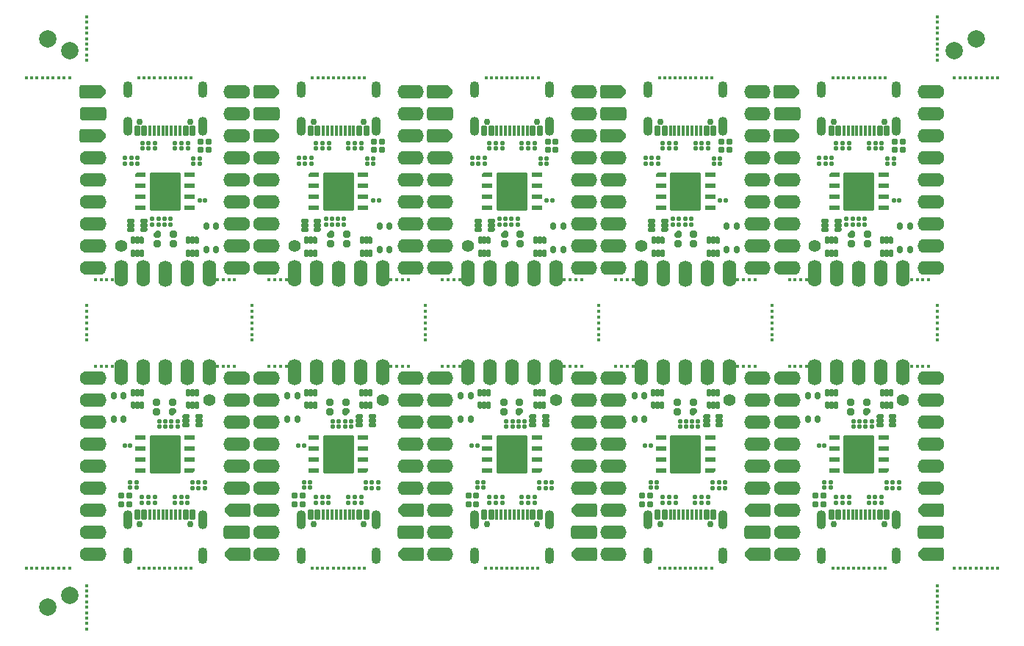
<source format=gts>
G04 #@! TF.GenerationSoftware,KiCad,Pcbnew,8.0.1-8.0.1-1~ubuntu22.04.1*
G04 #@! TF.CreationDate,2024-08-08T21:33:10+00:00*
G04 #@! TF.ProjectId,gemini-panel,67656d69-6e69-42d7-9061-6e656c2e6b69,1.0*
G04 #@! TF.SameCoordinates,Original*
G04 #@! TF.FileFunction,Soldermask,Top*
G04 #@! TF.FilePolarity,Negative*
%FSLAX46Y46*%
G04 Gerber Fmt 4.6, Leading zero omitted, Abs format (unit mm)*
G04 Created by KiCad (PCBNEW 8.0.1-8.0.1-1~ubuntu22.04.1) date 2024-08-08 21:33:10*
%MOMM*%
%LPD*%
G01*
G04 APERTURE LIST*
G04 Aperture macros list*
%AMRoundRect*
0 Rectangle with rounded corners*
0 $1 Rounding radius*
0 $2 $3 $4 $5 $6 $7 $8 $9 X,Y pos of 4 corners*
0 Add a 4 corners polygon primitive as box body*
4,1,4,$2,$3,$4,$5,$6,$7,$8,$9,$2,$3,0*
0 Add four circle primitives for the rounded corners*
1,1,$1+$1,$2,$3*
1,1,$1+$1,$4,$5*
1,1,$1+$1,$6,$7*
1,1,$1+$1,$8,$9*
0 Add four rect primitives between the rounded corners*
20,1,$1+$1,$2,$3,$4,$5,0*
20,1,$1+$1,$4,$5,$6,$7,0*
20,1,$1+$1,$6,$7,$8,$9,0*
20,1,$1+$1,$8,$9,$2,$3,0*%
%AMFreePoly0*
4,1,14,0.385355,0.205355,0.400000,0.170000,0.400000,-0.170000,0.385355,-0.205355,0.350000,-0.220000,-0.350000,-0.220000,-0.385355,-0.205355,-0.400000,-0.170000,-0.400000,0.051000,-0.385355,0.086355,-0.266355,0.205355,-0.231000,0.220000,0.350000,0.220000,0.385355,0.205355,0.385355,0.205355,$1*%
%AMFreePoly1*
4,1,35,0.503356,0.269039,0.513459,0.267029,0.531478,0.259566,0.540043,0.253844,0.553844,0.240043,0.559566,0.231478,0.567029,0.213459,0.569039,0.203356,0.570000,0.193600,0.570000,-0.193600,0.569039,-0.203356,0.567029,-0.213459,0.559566,-0.231478,0.553844,-0.240043,0.540043,-0.253844,0.531478,-0.259566,0.513459,-0.267029,0.503356,-0.269039,0.493600,-0.270000,-0.493600,-0.270000,
-0.503356,-0.269039,-0.513459,-0.267029,-0.531478,-0.259566,-0.540043,-0.253844,-0.553844,-0.240043,-0.559566,-0.231478,-0.567029,-0.213459,-0.569039,-0.203356,-0.570000,-0.193600,-0.570000,0.066000,-0.555355,0.101355,-0.401355,0.255355,-0.366000,0.270000,0.493600,0.270000,0.503356,0.269039,0.503356,0.269039,$1*%
%AMFreePoly2*
4,1,35,0.184754,0.399039,0.251724,0.385718,0.269748,0.378253,0.326522,0.340318,0.340318,0.326522,0.378253,0.269748,0.385718,0.251724,0.399039,0.184754,0.400000,0.175000,0.400000,-0.175000,0.399039,-0.184754,0.385718,-0.251724,0.378253,-0.269748,0.340318,-0.326522,0.326522,-0.340318,0.269748,-0.378253,0.251724,-0.385718,0.184754,-0.399039,0.175000,-0.400000,-0.175000,-0.400000,
-0.184754,-0.399039,-0.251724,-0.385718,-0.269748,-0.378253,-0.326522,-0.340318,-0.340318,-0.326522,-0.378253,-0.269748,-0.385718,-0.251724,-0.399039,-0.184754,-0.400000,-0.175000,-0.400000,0.070000,-0.385355,0.105355,-0.105355,0.385355,-0.070000,0.400000,0.175000,0.400000,0.184754,0.399039,0.184754,0.399039,$1*%
G04 Aperture macros list end*
%ADD10RoundRect,0.125000X0.125000X-0.155000X0.125000X0.155000X-0.125000X0.155000X-0.125000X-0.155000X0*%
%ADD11C,0.400000*%
%ADD12FreePoly0,90.000000*%
%ADD13RoundRect,0.050000X0.170000X-0.350000X0.170000X0.350000X-0.170000X0.350000X-0.170000X-0.350000X0*%
%ADD14FreePoly0,0.000000*%
%ADD15RoundRect,0.050000X-0.350000X-0.170000X0.350000X-0.170000X0.350000X0.170000X-0.350000X0.170000X0*%
%ADD16C,0.750000*%
%ADD17RoundRect,0.175000X0.175000X0.450000X-0.175000X0.450000X-0.175000X-0.450000X0.175000X-0.450000X0*%
%ADD18RoundRect,0.100000X0.100000X0.525000X-0.100000X0.525000X-0.100000X-0.525000X0.100000X-0.525000X0*%
%ADD19O,1.100000X2.200000*%
%ADD20O,1.100000X1.900000*%
%ADD21RoundRect,0.125000X-0.125000X0.155000X-0.125000X-0.155000X0.125000X-0.155000X0.125000X0.155000X0*%
%ADD22FreePoly0,270.000000*%
%ADD23RoundRect,0.050000X-0.170000X0.350000X-0.170000X-0.350000X0.170000X-0.350000X0.170000X0.350000X0*%
%ADD24RoundRect,0.165000X-0.195000X0.165000X-0.195000X-0.165000X0.195000X-0.165000X0.195000X0.165000X0*%
%ADD25O,3.030000X1.600000*%
%ADD26C,1.600000*%
%ADD27O,1.600000X3.030000*%
%ADD28C,1.400000*%
%ADD29RoundRect,0.329412X0.963843X0.470588X-0.963843X0.470588X-0.963843X-0.470588X0.963843X-0.470588X0*%
%ADD30RoundRect,0.335625X-0.474645X0.000000X0.000000X-0.474645X0.474645X0.000000X0.000000X0.474645X0*%
%ADD31RoundRect,0.400000X0.400000X0.400000X-0.400000X0.400000X-0.400000X-0.400000X0.400000X-0.400000X0*%
%ADD32RoundRect,0.400000X-1.115000X-0.400000X1.115000X-0.400000X1.115000X0.400000X-1.115000X0.400000X0*%
%ADD33C,2.000000*%
%ADD34FreePoly1,180.000000*%
%ADD35RoundRect,0.032400X0.537600X0.237600X-0.537600X0.237600X-0.537600X-0.237600X0.537600X-0.237600X0*%
%ADD36RoundRect,0.050000X1.700000X2.150000X-1.700000X2.150000X-1.700000X-2.150000X1.700000X-2.150000X0*%
%ADD37FreePoly1,0.000000*%
%ADD38RoundRect,0.032400X-0.537600X-0.237600X0.537600X-0.237600X0.537600X0.237600X-0.537600X0.237600X0*%
%ADD39RoundRect,0.050000X-1.700000X-2.150000X1.700000X-2.150000X1.700000X2.150000X-1.700000X2.150000X0*%
%ADD40RoundRect,0.162500X0.162500X-0.237500X0.162500X0.237500X-0.162500X0.237500X-0.162500X-0.237500X0*%
%ADD41RoundRect,0.162500X-0.162500X0.237500X-0.162500X-0.237500X0.162500X-0.237500X0.162500X0.237500X0*%
%ADD42RoundRect,0.125000X-0.155000X-0.125000X0.155000X-0.125000X0.155000X0.125000X-0.155000X0.125000X0*%
%ADD43FreePoly0,180.000000*%
%ADD44RoundRect,0.050000X0.350000X0.170000X-0.350000X0.170000X-0.350000X-0.170000X0.350000X-0.170000X0*%
%ADD45FreePoly2,180.000000*%
%ADD46RoundRect,0.200000X0.200000X0.200000X-0.200000X0.200000X-0.200000X-0.200000X0.200000X-0.200000X0*%
%ADD47FreePoly2,0.000000*%
%ADD48RoundRect,0.200000X-0.200000X-0.200000X0.200000X-0.200000X0.200000X0.200000X-0.200000X0.200000X0*%
%ADD49RoundRect,0.175000X-0.175000X-0.450000X0.175000X-0.450000X0.175000X0.450000X-0.175000X0.450000X0*%
%ADD50RoundRect,0.100000X-0.100000X-0.525000X0.100000X-0.525000X0.100000X0.525000X-0.100000X0.525000X0*%
%ADD51RoundRect,0.125000X0.155000X0.125000X-0.155000X0.125000X-0.155000X-0.125000X0.155000X-0.125000X0*%
%ADD52RoundRect,0.165000X0.195000X-0.165000X0.195000X0.165000X-0.195000X0.165000X-0.195000X-0.165000X0*%
%ADD53RoundRect,0.329412X-0.963843X-0.470588X0.963843X-0.470588X0.963843X0.470588X-0.963843X0.470588X0*%
%ADD54RoundRect,0.335625X0.474645X0.000000X0.000000X0.474645X-0.474645X0.000000X0.000000X-0.474645X0*%
%ADD55RoundRect,0.400000X-0.400000X-0.400000X0.400000X-0.400000X0.400000X0.400000X-0.400000X0.400000X0*%
%ADD56RoundRect,0.400000X1.115000X0.400000X-1.115000X0.400000X-1.115000X-0.400000X1.115000X-0.400000X0*%
G04 APERTURE END LIST*
D10*
G04 #@! TO.C,C19*
X58630490Y55387940D03*
X58630490Y56027940D03*
G04 #@! TD*
D11*
G04 #@! TO.C,KiKit_MB_35_2*
X86000000Y36623334D03*
G04 #@! TD*
G04 #@! TO.C,KiKit_MB_17_1*
X22029510Y30290000D03*
G04 #@! TD*
G04 #@! TO.C,KiKit_MB_21_3*
X37789510Y7000001D03*
G04 #@! TD*
G04 #@! TO.C,KiKit_MB_16_1*
X7969510Y30289228D03*
G04 #@! TD*
G04 #@! TO.C,KiKit_MB_43_5*
X109500000Y63580000D03*
G04 #@! TD*
G04 #@! TO.C,KiKit_MB_34_3*
X26000000Y35956667D03*
G04 #@! TD*
G04 #@! TO.C,KiKit_MB_12_6*
X76010490Y63579999D03*
G04 #@! TD*
G04 #@! TO.C,KiKit_MB_3_2*
X13610490Y63579999D03*
G04 #@! TD*
G04 #@! TO.C,KiKit_MB_22_1*
X47969510Y30289228D03*
G04 #@! TD*
D10*
G04 #@! TO.C,R10*
X99149510Y16260000D03*
X99149510Y16900000D03*
G04 #@! TD*
D11*
G04 #@! TO.C,KiKit_MB_39_4*
X7000000Y3125000D03*
G04 #@! TD*
D10*
G04 #@! TO.C,C19*
X38630490Y55387940D03*
X38630490Y56027940D03*
G04 #@! TD*
G04 #@! TO.C,C6*
X79990490Y53640000D03*
X79990490Y54280000D03*
G04 #@! TD*
G04 #@! TO.C,C16*
X79290490Y53640000D03*
X79290490Y54280000D03*
G04 #@! TD*
D11*
G04 #@! TO.C,KiKit_MB_15_6*
X96010490Y63579999D03*
G04 #@! TD*
G04 #@! TO.C,KiKit_MB_43_6*
X110125000Y63580000D03*
G04 #@! TD*
G04 #@! TO.C,KiKit_MB_6_2*
X33610490Y63579999D03*
G04 #@! TD*
D12*
G04 #@! TO.C,Q2*
X98679510Y25770000D03*
D13*
X99179510Y25770000D03*
X99679510Y25770000D03*
X99679510Y27270000D03*
X99179510Y27270000D03*
X98679510Y27270000D03*
G04 #@! TD*
D11*
G04 #@! TO.C,KiKit_MB_28_4*
X89969510Y30290000D03*
G04 #@! TD*
G04 #@! TO.C,KiKit_MB_41_6*
X3125000Y63580000D03*
G04 #@! TD*
G04 #@! TO.C,KiKit_MB_6_7*
X36610490Y63579999D03*
G04 #@! TD*
D14*
G04 #@! TO.C,U5*
X78399510Y24530000D03*
D15*
X78399510Y24030000D03*
X78399510Y23530000D03*
X79899510Y23530000D03*
X79899510Y24030000D03*
X79899510Y24530000D03*
G04 #@! TD*
D16*
G04 #@! TO.C,J1*
X78890490Y58500000D03*
X73110490Y58500000D03*
D17*
X79200490Y57425000D03*
X78400490Y57425000D03*
D18*
X77250490Y57425000D03*
X76250490Y57425000D03*
X75750490Y57425000D03*
X74750490Y57425000D03*
D17*
X73600490Y57425000D03*
X72800490Y57425000D03*
X72800490Y57425000D03*
X73600490Y57425000D03*
D18*
X74250490Y57425000D03*
X75250490Y57425000D03*
X76750490Y57425000D03*
X77750490Y57425000D03*
D17*
X78400490Y57425000D03*
X79200490Y57425000D03*
D19*
X80320490Y58000000D03*
D20*
X80320490Y62180000D03*
X71680490Y62180000D03*
D19*
X71680490Y58000000D03*
G04 #@! TD*
D11*
G04 #@! TO.C,KiKit_MB_33_6*
X7000000Y33956667D03*
G04 #@! TD*
D21*
G04 #@! TO.C,C17*
X55250490Y47270000D03*
X55250490Y46630000D03*
G04 #@! TD*
D11*
G04 #@! TO.C,KiKit_MB_15_7*
X96610490Y63579999D03*
G04 #@! TD*
G04 #@! TO.C,KiKit_MB_4_2*
X43363823Y40290516D03*
G04 #@! TD*
D21*
G04 #@! TO.C,C17*
X95250490Y47270000D03*
X95250490Y46630000D03*
G04 #@! TD*
D11*
G04 #@! TO.C,KiKit_MB_27_8*
X74789510Y7000001D03*
G04 #@! TD*
D10*
G04 #@! TO.C,R9*
X100579510Y16260000D03*
X100579510Y16900000D03*
G04 #@! TD*
D11*
G04 #@! TO.C,KiKit_MB_41_9*
X5000000Y63580000D03*
G04 #@! TD*
D22*
G04 #@! TO.C,Q2*
X73320490Y44810000D03*
D23*
X72820490Y44810000D03*
X72320490Y44810000D03*
X72320490Y43310000D03*
X72820490Y43310000D03*
X73320490Y43310000D03*
G04 #@! TD*
D11*
G04 #@! TO.C,KiKit_MB_17_3*
X23362843Y30289502D03*
G04 #@! TD*
D24*
G04 #@! TO.C,C5*
X51889510Y15340000D03*
X51889510Y14380000D03*
G04 #@! TD*
D10*
G04 #@! TO.C,C18*
X12130490Y53680000D03*
X12130490Y54320000D03*
G04 #@! TD*
D11*
G04 #@! TO.C,KiKit_MB_3_1*
X13010490Y63579999D03*
G04 #@! TD*
D25*
G04 #@! TO.C,Gemini1*
X104285000Y61990000D03*
D26*
X105000000Y61990000D03*
D25*
X104285000Y59450000D03*
D26*
X105000000Y59450000D03*
D25*
X104285000Y56910000D03*
D26*
X105000000Y56910000D03*
D25*
X104285000Y54370000D03*
D26*
X105000000Y54370000D03*
D25*
X104285000Y51830000D03*
D26*
X105000000Y51830000D03*
D25*
X104285000Y49290000D03*
D26*
X105000000Y49290000D03*
D25*
X104285000Y46750000D03*
D26*
X105000000Y46750000D03*
D25*
X104285000Y44210000D03*
D26*
X105000000Y44210000D03*
D25*
X104285000Y41670000D03*
D26*
X105000000Y41670000D03*
D27*
X101080000Y41005000D03*
D26*
X101080000Y40290000D03*
D27*
X98540000Y41005000D03*
D26*
X98540000Y40290000D03*
D27*
X96000000Y40971000D03*
D26*
X96000000Y40256000D03*
D27*
X93460000Y41005000D03*
D26*
X93460000Y40290000D03*
D27*
X90920000Y41005000D03*
D26*
X90920000Y40290000D03*
X87000000Y41670000D03*
D25*
X87715000Y41670000D03*
D26*
X87000000Y44210000D03*
D25*
X87715000Y44210000D03*
D28*
X90920000Y44210000D03*
D26*
X87000000Y46750000D03*
D25*
X87715000Y46750000D03*
D26*
X87000000Y49290000D03*
D25*
X87715000Y49290000D03*
D26*
X87000000Y51830000D03*
D25*
X87715000Y51830000D03*
D26*
X87000000Y54370000D03*
D25*
X87715000Y54370000D03*
D29*
X87443745Y56910000D03*
D30*
X88380000Y56910000D03*
D31*
X87000000Y59450000D03*
D32*
X87715000Y59450000D03*
D29*
X87443745Y61990000D03*
D30*
X88380000Y61990000D03*
G04 #@! TD*
D11*
G04 #@! TO.C,KiKit_MB_36_6*
X105000000Y33956667D03*
G04 #@! TD*
G04 #@! TO.C,KiKit_MB_10_3*
X82697156Y40290258D03*
G04 #@! TD*
D33*
G04 #@! TO.C,KiKit_FID_T_3*
X5000000Y3850000D03*
G04 #@! TD*
D21*
G04 #@! TO.C,C18*
X59869510Y16900000D03*
X59869510Y16260000D03*
G04 #@! TD*
D10*
G04 #@! TO.C,C10*
X37119510Y14550000D03*
X37119510Y15190000D03*
G04 #@! TD*
D12*
G04 #@! TO.C,Q1*
X72299510Y25770000D03*
D13*
X72799510Y25770000D03*
X73299510Y25770000D03*
X73299510Y27270000D03*
X72799510Y27270000D03*
X72299510Y27270000D03*
G04 #@! TD*
D24*
G04 #@! TO.C,C5*
X91889510Y15340000D03*
X91889510Y14380000D03*
G04 #@! TD*
D34*
G04 #@! TO.C,U3*
X58845000Y18225000D03*
D35*
X58845000Y19495000D03*
X58845000Y20765000D03*
X58845000Y22035000D03*
X53155000Y22035000D03*
X53155000Y20765000D03*
X53155000Y19495000D03*
X53155000Y18225000D03*
D36*
X56000000Y20130000D03*
G04 #@! TD*
D37*
G04 #@! TO.C,U3*
X73155000Y52355000D03*
D38*
X73155000Y51085000D03*
X73155000Y49815000D03*
X73155000Y48545000D03*
X78845000Y48545000D03*
X78845000Y49815000D03*
X78845000Y51085000D03*
X78845000Y52355000D03*
D39*
X76000000Y50450000D03*
G04 #@! TD*
D11*
G04 #@! TO.C,KiKit_MB_23_1*
X62029510Y30290000D03*
G04 #@! TD*
D40*
G04 #@! TO.C,SW1*
X100745490Y43720000D03*
X100745490Y46420000D03*
X101895490Y43720000D03*
X101895490Y46420000D03*
G04 #@! TD*
D41*
G04 #@! TO.C,SW1*
X91254510Y26860000D03*
X91254510Y24160000D03*
X90104510Y26860000D03*
X90104510Y24160000D03*
G04 #@! TD*
D11*
G04 #@! TO.C,KiKit_MB_15_5*
X95410490Y63579999D03*
G04 #@! TD*
G04 #@! TO.C,KiKit_MB_35_1*
X86000000Y37290000D03*
G04 #@! TD*
G04 #@! TO.C,KiKit_MB_30_7*
X95389510Y7000001D03*
G04 #@! TD*
G04 #@! TO.C,KiKit_MB_22_4*
X49969510Y30290000D03*
G04 #@! TD*
G04 #@! TO.C,KiKit_MB_44_2*
X107625000Y7000000D03*
G04 #@! TD*
G04 #@! TO.C,KiKit_MB_3_9*
X17810490Y63579999D03*
G04 #@! TD*
D21*
G04 #@! TO.C,C16*
X92709510Y16940000D03*
X92709510Y16300000D03*
G04 #@! TD*
D11*
G04 #@! TO.C,KiKit_MB_38_3*
X105000000Y69330000D03*
G04 #@! TD*
D10*
G04 #@! TO.C,C16*
X19290490Y53640000D03*
X19290490Y54280000D03*
G04 #@! TD*
D11*
G04 #@! TO.C,KiKit_MB_27_10*
X73589510Y7000001D03*
G04 #@! TD*
D42*
G04 #@! TO.C,C13*
X60000490Y49450000D03*
X60640490Y49450000D03*
G04 #@! TD*
D10*
G04 #@! TO.C,C11*
X77130490Y55387940D03*
X77130490Y56027940D03*
G04 #@! TD*
D43*
G04 #@! TO.C,U5*
X13600490Y46050000D03*
D44*
X13600490Y46550000D03*
X13600490Y47050000D03*
X12100490Y47050000D03*
X12100490Y46550000D03*
X12100490Y46050000D03*
G04 #@! TD*
D11*
G04 #@! TO.C,KiKit_MB_4_3*
X42697156Y40290258D03*
G04 #@! TD*
G04 #@! TO.C,KiKit_MB_34_1*
X26000000Y37290000D03*
G04 #@! TD*
G04 #@! TO.C,KiKit_MB_15_1*
X93010490Y63579999D03*
G04 #@! TD*
D10*
G04 #@! TO.C,C6*
X39990490Y53640000D03*
X39990490Y54280000D03*
G04 #@! TD*
D45*
G04 #@! TO.C,D2*
X36875894Y25039999D03*
D46*
X36875894Y26139999D03*
X35045894Y26139999D03*
X35045894Y25039999D03*
G04 #@! TD*
D12*
G04 #@! TO.C,Q1*
X32299510Y25770000D03*
D13*
X32799510Y25770000D03*
X33299510Y25770000D03*
X33299510Y27270000D03*
X32799510Y27270000D03*
X32299510Y27270000D03*
G04 #@! TD*
D11*
G04 #@! TO.C,KiKit_MB_37_7*
X7000000Y66830000D03*
G04 #@! TD*
D21*
G04 #@! TO.C,R9*
X51420490Y54320000D03*
X51420490Y53680000D03*
G04 #@! TD*
G04 #@! TO.C,C14*
X54119510Y15192060D03*
X54119510Y14552060D03*
G04 #@! TD*
G04 #@! TO.C,C10*
X34880490Y56030000D03*
X34880490Y55390000D03*
G04 #@! TD*
D10*
G04 #@! TO.C,R10*
X59149510Y16260000D03*
X59149510Y16900000D03*
G04 #@! TD*
D21*
G04 #@! TO.C,C15*
X55950490Y47270000D03*
X55950490Y46630000D03*
G04 #@! TD*
D11*
G04 #@! TO.C,KiKit_MB_30_8*
X94789510Y7000001D03*
G04 #@! TD*
G04 #@! TO.C,KiKit_MB_43_3*
X108250000Y63580000D03*
G04 #@! TD*
D45*
G04 #@! TO.C,D2*
X16875894Y25039999D03*
D46*
X16875894Y26139999D03*
X15045894Y26139999D03*
X15045894Y25039999D03*
G04 #@! TD*
D11*
G04 #@! TO.C,KiKit_MB_22_3*
X49302843Y30289743D03*
G04 #@! TD*
D41*
G04 #@! TO.C,SW1*
X11254510Y26860000D03*
X11254510Y24160000D03*
X10104510Y26860000D03*
X10104510Y24160000D03*
G04 #@! TD*
D11*
G04 #@! TO.C,KiKit_MB_13_3*
X102697156Y40290258D03*
G04 #@! TD*
G04 #@! TO.C,KiKit_MB_1_2*
X23363823Y40290516D03*
G04 #@! TD*
D47*
G04 #@! TO.C,D2*
X35124106Y45540001D03*
D48*
X35124106Y44440001D03*
X36954106Y44440001D03*
X36954106Y45540001D03*
G04 #@! TD*
D21*
G04 #@! TO.C,C12*
X78619510Y15192060D03*
X78619510Y14552060D03*
G04 #@! TD*
D11*
G04 #@! TO.C,KiKit_MB_23_4*
X64029510Y30289253D03*
G04 #@! TD*
D21*
G04 #@! TO.C,C12*
X38619510Y15192060D03*
X38619510Y14552060D03*
G04 #@! TD*
D11*
G04 #@! TO.C,KiKit_MB_26_3*
X83362843Y30289502D03*
G04 #@! TD*
G04 #@! TO.C,KiKit_MB_1_4*
X22030490Y40290000D03*
G04 #@! TD*
D22*
G04 #@! TO.C,Q2*
X93320490Y44810000D03*
D23*
X92820490Y44810000D03*
X92320490Y44810000D03*
X92320490Y43310000D03*
X92820490Y43310000D03*
X93320490Y43310000D03*
G04 #@! TD*
D21*
G04 #@! TO.C,C20*
X96650490Y47270000D03*
X96650490Y46630000D03*
G04 #@! TD*
D10*
G04 #@! TO.C,R9*
X40579510Y16260000D03*
X40579510Y16900000D03*
G04 #@! TD*
D41*
G04 #@! TO.C,SW1*
X71254510Y26860000D03*
X71254510Y24160000D03*
X70104510Y26860000D03*
X70104510Y24160000D03*
G04 #@! TD*
D21*
G04 #@! TO.C,C6*
X32009510Y16940000D03*
X32009510Y16300000D03*
G04 #@! TD*
D37*
G04 #@! TO.C,U3*
X53155000Y52355000D03*
D38*
X53155000Y51085000D03*
X53155000Y49815000D03*
X53155000Y48545000D03*
X58845000Y48545000D03*
X58845000Y49815000D03*
X58845000Y51085000D03*
X58845000Y52355000D03*
D39*
X56000000Y50450000D03*
G04 #@! TD*
D11*
G04 #@! TO.C,KiKit_MB_42_9*
X5000000Y7000000D03*
G04 #@! TD*
D10*
G04 #@! TO.C,C17*
X56749510Y23310000D03*
X56749510Y23950000D03*
G04 #@! TD*
D11*
G04 #@! TO.C,KiKit_MB_40_3*
X105000000Y3750000D03*
G04 #@! TD*
G04 #@! TO.C,KiKit_MB_9_8*
X57210490Y63579999D03*
G04 #@! TD*
G04 #@! TO.C,KiKit_MB_33_7*
X7000000Y33290000D03*
G04 #@! TD*
G04 #@! TO.C,KiKit_MB_32_4*
X66000000Y35290000D03*
G04 #@! TD*
D21*
G04 #@! TO.C,C9*
X14130490Y56027940D03*
X14130490Y55387940D03*
G04 #@! TD*
D11*
G04 #@! TO.C,KiKit_MB_17_4*
X24029510Y30289253D03*
G04 #@! TD*
D22*
G04 #@! TO.C,Q1*
X59700490Y44810000D03*
D23*
X59200490Y44810000D03*
X58700490Y44810000D03*
X58700490Y43310000D03*
X59200490Y43310000D03*
X59700490Y43310000D03*
G04 #@! TD*
D11*
G04 #@! TO.C,KiKit_MB_27_7*
X75389510Y7000001D03*
G04 #@! TD*
G04 #@! TO.C,KiKit_MB_28_1*
X87969510Y30289228D03*
G04 #@! TD*
D21*
G04 #@! TO.C,C19*
X73369510Y15192060D03*
X73369510Y14552060D03*
G04 #@! TD*
G04 #@! TO.C,C12*
X98619510Y15192060D03*
X98619510Y14552060D03*
G04 #@! TD*
D10*
G04 #@! TO.C,C20*
X35349510Y23310000D03*
X35349510Y23950000D03*
G04 #@! TD*
D43*
G04 #@! TO.C,U5*
X73600490Y46050000D03*
D44*
X73600490Y46550000D03*
X73600490Y47050000D03*
X72100490Y47050000D03*
X72100490Y46550000D03*
X72100490Y46050000D03*
G04 #@! TD*
D11*
G04 #@! TO.C,KiKit_MB_42_2*
X625000Y7000000D03*
G04 #@! TD*
G04 #@! TO.C,KiKit_MB_38_8*
X105000000Y66205000D03*
G04 #@! TD*
D10*
G04 #@! TO.C,C15*
X36049510Y23310000D03*
X36049510Y23950000D03*
G04 #@! TD*
D21*
G04 #@! TO.C,C19*
X93369510Y15192060D03*
X93369510Y14552060D03*
G04 #@! TD*
D11*
G04 #@! TO.C,KiKit_MB_33_2*
X7000000Y36623334D03*
G04 #@! TD*
G04 #@! TO.C,KiKit_MB_19_4*
X29969510Y30290000D03*
G04 #@! TD*
D21*
G04 #@! TO.C,R10*
X12850490Y54320000D03*
X12850490Y53680000D03*
G04 #@! TD*
D11*
G04 #@! TO.C,KiKit_MB_15_10*
X98410490Y63579999D03*
G04 #@! TD*
D10*
G04 #@! TO.C,C12*
X53380490Y55387940D03*
X53380490Y56027940D03*
G04 #@! TD*
D11*
G04 #@! TO.C,KiKit_MB_21_7*
X35389510Y7000001D03*
G04 #@! TD*
D21*
G04 #@! TO.C,C11*
X34869510Y15192060D03*
X34869510Y14552060D03*
G04 #@! TD*
D11*
G04 #@! TO.C,KiKit_MB_37_4*
X7000000Y68705000D03*
G04 #@! TD*
D16*
G04 #@! TO.C,J1*
X33109510Y12080000D03*
X38889510Y12080000D03*
D49*
X32799510Y13155000D03*
X33599510Y13155000D03*
D50*
X34749510Y13155000D03*
X35749510Y13155000D03*
X36249510Y13155000D03*
X37249510Y13155000D03*
D49*
X38399510Y13155000D03*
X39199510Y13155000D03*
X39199510Y13155000D03*
X38399510Y13155000D03*
D50*
X37749510Y13155000D03*
X36749510Y13155000D03*
X35249510Y13155000D03*
X34249510Y13155000D03*
D49*
X33599510Y13155000D03*
X32799510Y13155000D03*
D19*
X31679510Y12580000D03*
D20*
X31679510Y8400000D03*
X40319510Y8400000D03*
D19*
X40319510Y12580000D03*
G04 #@! TD*
D11*
G04 #@! TO.C,KiKit_MB_32_2*
X66000000Y36623334D03*
G04 #@! TD*
G04 #@! TO.C,KiKit_MB_12_3*
X74210490Y63579999D03*
G04 #@! TD*
G04 #@! TO.C,KiKit_MB_25_1*
X67969510Y30289228D03*
G04 #@! TD*
G04 #@! TO.C,KiKit_MB_29_1*
X102029510Y30290000D03*
G04 #@! TD*
G04 #@! TO.C,KiKit_MB_24_7*
X55389510Y7000001D03*
G04 #@! TD*
D47*
G04 #@! TO.C,D2*
X75124106Y45540001D03*
D48*
X75124106Y44440001D03*
X76954106Y44440001D03*
X76954106Y45540001D03*
G04 #@! TD*
D21*
G04 #@! TO.C,R9*
X31420490Y54320000D03*
X31420490Y53680000D03*
G04 #@! TD*
D11*
G04 #@! TO.C,KiKit_MB_18_9*
X14189510Y7000001D03*
G04 #@! TD*
G04 #@! TO.C,KiKit_MB_9_2*
X53610490Y63579999D03*
G04 #@! TD*
D21*
G04 #@! TO.C,R10*
X52850490Y54320000D03*
X52850490Y53680000D03*
G04 #@! TD*
D11*
G04 #@! TO.C,KiKit_MB_16_3*
X9302844Y30289743D03*
G04 #@! TD*
G04 #@! TO.C,KiKit_MB_7_4*
X62030490Y40290000D03*
G04 #@! TD*
G04 #@! TO.C,KiKit_MB_36_5*
X105000000Y34623334D03*
G04 #@! TD*
D12*
G04 #@! TO.C,Q2*
X78679510Y25770000D03*
D13*
X79179510Y25770000D03*
X79679510Y25770000D03*
X79679510Y27270000D03*
X79179510Y27270000D03*
X78679510Y27270000D03*
G04 #@! TD*
D11*
G04 #@! TO.C,KiKit_MB_16_4*
X9969510Y30290000D03*
G04 #@! TD*
D51*
G04 #@! TO.C,C13*
X31999510Y21130000D03*
X31359510Y21130000D03*
G04 #@! TD*
D11*
G04 #@! TO.C,KiKit_MB_39_8*
X7000000Y625000D03*
G04 #@! TD*
G04 #@! TO.C,KiKit_MB_43_8*
X111375000Y63580000D03*
G04 #@! TD*
G04 #@! TO.C,KiKit_MB_9_6*
X56010490Y63579999D03*
G04 #@! TD*
G04 #@! TO.C,KiKit_MB_8_1*
X49970490Y40290000D03*
G04 #@! TD*
D21*
G04 #@! TO.C,C17*
X35250490Y47270000D03*
X35250490Y46630000D03*
G04 #@! TD*
D11*
G04 #@! TO.C,KiKit_MB_8_3*
X48637156Y40290499D03*
G04 #@! TD*
G04 #@! TO.C,KiKit_MB_21_9*
X34189510Y7000001D03*
G04 #@! TD*
G04 #@! TO.C,KiKit_MB_18_5*
X16589510Y7000001D03*
G04 #@! TD*
D52*
G04 #@! TO.C,C4*
X70969510Y14380000D03*
X70969510Y15340000D03*
G04 #@! TD*
D10*
G04 #@! TO.C,R10*
X79149510Y16260000D03*
X79149510Y16900000D03*
G04 #@! TD*
D25*
G04 #@! TO.C,Gemini1*
X7715000Y8590000D03*
D26*
X7000000Y8590000D03*
D25*
X7715000Y11130000D03*
D26*
X7000000Y11130000D03*
D25*
X7715000Y13670000D03*
D26*
X7000000Y13670000D03*
D25*
X7715000Y16210000D03*
D26*
X7000000Y16210000D03*
D25*
X7715000Y18750000D03*
D26*
X7000000Y18750000D03*
D25*
X7715000Y21290000D03*
D26*
X7000000Y21290000D03*
D25*
X7715000Y23830000D03*
D26*
X7000000Y23830000D03*
D25*
X7715000Y26370000D03*
D26*
X7000000Y26370000D03*
D25*
X7715000Y28910000D03*
D26*
X7000000Y28910000D03*
D27*
X10920000Y29575000D03*
D26*
X10920000Y30290000D03*
D27*
X13460000Y29575000D03*
D26*
X13460000Y30290000D03*
D27*
X16000000Y29609000D03*
D26*
X16000000Y30324000D03*
D27*
X18540000Y29575000D03*
D26*
X18540000Y30290000D03*
D27*
X21080000Y29575000D03*
D26*
X21080000Y30290000D03*
X25000000Y28910000D03*
D25*
X24285000Y28910000D03*
D26*
X25000000Y26370000D03*
D25*
X24285000Y26370000D03*
D28*
X21080000Y26370000D03*
D26*
X25000000Y23830000D03*
D25*
X24285000Y23830000D03*
D26*
X25000000Y21290000D03*
D25*
X24285000Y21290000D03*
D26*
X25000000Y18750000D03*
D25*
X24285000Y18750000D03*
D26*
X25000000Y16210000D03*
D25*
X24285000Y16210000D03*
D53*
X24556255Y13670000D03*
D54*
X23620000Y13670000D03*
D55*
X25000000Y11130000D03*
D56*
X24285000Y11130000D03*
D53*
X24556255Y8590000D03*
D54*
X23620000Y8590000D03*
G04 #@! TD*
D16*
G04 #@! TO.C,J1*
X13109510Y12080000D03*
X18889510Y12080000D03*
D49*
X12799510Y13155000D03*
X13599510Y13155000D03*
D50*
X14749510Y13155000D03*
X15749510Y13155000D03*
X16249510Y13155000D03*
X17249510Y13155000D03*
D49*
X18399510Y13155000D03*
X19199510Y13155000D03*
X19199510Y13155000D03*
X18399510Y13155000D03*
D50*
X17749510Y13155000D03*
X16749510Y13155000D03*
X15249510Y13155000D03*
X14249510Y13155000D03*
D49*
X13599510Y13155000D03*
X12799510Y13155000D03*
D19*
X11679510Y12580000D03*
D20*
X11679510Y8400000D03*
X20319510Y8400000D03*
D19*
X20319510Y12580000D03*
G04 #@! TD*
D11*
G04 #@! TO.C,KiKit_MB_41_3*
X1250000Y63580000D03*
G04 #@! TD*
G04 #@! TO.C,KiKit_MB_36_7*
X105000000Y33290000D03*
G04 #@! TD*
G04 #@! TO.C,KiKit_MB_25_2*
X68636176Y30289485D03*
G04 #@! TD*
G04 #@! TO.C,KiKit_MB_35_7*
X86000000Y33290000D03*
G04 #@! TD*
D21*
G04 #@! TO.C,C14*
X14119510Y15192060D03*
X14119510Y14552060D03*
G04 #@! TD*
D11*
G04 #@! TO.C,KiKit_MB_30_1*
X98989510Y7000001D03*
G04 #@! TD*
G04 #@! TO.C,KiKit_MB_6_9*
X37810490Y63579999D03*
G04 #@! TD*
G04 #@! TO.C,KiKit_MB_21_6*
X35989510Y7000001D03*
G04 #@! TD*
G04 #@! TO.C,KiKit_MB_12_11*
X79010490Y63579999D03*
G04 #@! TD*
D10*
G04 #@! TO.C,C15*
X16049510Y23310000D03*
X16049510Y23950000D03*
G04 #@! TD*
D11*
G04 #@! TO.C,KiKit_MB_40_5*
X105000000Y2500000D03*
G04 #@! TD*
G04 #@! TO.C,KiKit_MB_13_1*
X104030490Y40290773D03*
G04 #@! TD*
G04 #@! TO.C,KiKit_MB_35_5*
X86000000Y34623334D03*
G04 #@! TD*
D24*
G04 #@! TO.C,C4*
X101030490Y56200000D03*
X101030490Y55240000D03*
G04 #@! TD*
D10*
G04 #@! TO.C,C12*
X13380490Y55387940D03*
X13380490Y56027940D03*
G04 #@! TD*
D11*
G04 #@! TO.C,KiKit_MB_20_1*
X42029510Y30290000D03*
G04 #@! TD*
D21*
G04 #@! TO.C,C9*
X94130490Y56027940D03*
X94130490Y55387940D03*
G04 #@! TD*
D11*
G04 #@! TO.C,KiKit_MB_14_4*
X87970490Y40290748D03*
G04 #@! TD*
G04 #@! TO.C,KiKit_MB_20_4*
X44029510Y30289253D03*
G04 #@! TD*
G04 #@! TO.C,KiKit_MB_2_2*
X9303824Y40290250D03*
G04 #@! TD*
G04 #@! TO.C,KiKit_MB_18_6*
X15989510Y7000001D03*
G04 #@! TD*
G04 #@! TO.C,KiKit_MB_6_6*
X36010490Y63579999D03*
G04 #@! TD*
G04 #@! TO.C,KiKit_MB_24_2*
X58389510Y7000001D03*
G04 #@! TD*
D21*
G04 #@! TO.C,C14*
X94119510Y15192060D03*
X94119510Y14552060D03*
G04 #@! TD*
D11*
G04 #@! TO.C,KiKit_MB_3_8*
X17210490Y63579999D03*
G04 #@! TD*
G04 #@! TO.C,KiKit_MB_6_4*
X34810490Y63579999D03*
G04 #@! TD*
D33*
G04 #@! TO.C,KiKit_TO_3*
X2500000Y2500000D03*
G04 #@! TD*
D14*
G04 #@! TO.C,U5*
X18399510Y24530000D03*
D15*
X18399510Y24030000D03*
X18399510Y23530000D03*
X19899510Y23530000D03*
X19899510Y24030000D03*
X19899510Y24530000D03*
G04 #@! TD*
D10*
G04 #@! TO.C,C17*
X76749510Y23310000D03*
X76749510Y23950000D03*
G04 #@! TD*
D21*
G04 #@! TO.C,C9*
X74130490Y56027940D03*
X74130490Y55387940D03*
G04 #@! TD*
D11*
G04 #@! TO.C,KiKit_MB_9_5*
X55410490Y63579999D03*
G04 #@! TD*
G04 #@! TO.C,KiKit_MB_29_3*
X103362843Y30289502D03*
G04 #@! TD*
G04 #@! TO.C,KiKit_MB_21_4*
X37189510Y7000001D03*
G04 #@! TD*
D10*
G04 #@! TO.C,C11*
X17130490Y55387940D03*
X17130490Y56027940D03*
G04 #@! TD*
D11*
G04 #@! TO.C,KiKit_MB_12_1*
X73010490Y63579999D03*
G04 #@! TD*
D21*
G04 #@! TO.C,C16*
X72709510Y16940000D03*
X72709510Y16300000D03*
G04 #@! TD*
D24*
G04 #@! TO.C,C4*
X81030490Y56200000D03*
X81030490Y55240000D03*
G04 #@! TD*
D11*
G04 #@! TO.C,KiKit_MB_32_1*
X66000000Y37290000D03*
G04 #@! TD*
D21*
G04 #@! TO.C,C9*
X54130490Y56027940D03*
X54130490Y55387940D03*
G04 #@! TD*
D11*
G04 #@! TO.C,KiKit_MB_15_9*
X97810490Y63579999D03*
G04 #@! TD*
D40*
G04 #@! TO.C,SW1*
X40745490Y43720000D03*
X40745490Y46420000D03*
X41895490Y43720000D03*
X41895490Y46420000D03*
G04 #@! TD*
D11*
G04 #@! TO.C,KiKit_MB_25_4*
X69969510Y30290000D03*
G04 #@! TD*
D10*
G04 #@! TO.C,R9*
X80579510Y16260000D03*
X80579510Y16900000D03*
G04 #@! TD*
D21*
G04 #@! TO.C,R9*
X11420490Y54320000D03*
X11420490Y53680000D03*
G04 #@! TD*
D52*
G04 #@! TO.C,C5*
X60110490Y55240000D03*
X60110490Y56200000D03*
G04 #@! TD*
D37*
G04 #@! TO.C,U3*
X93155000Y52355000D03*
D38*
X93155000Y51085000D03*
X93155000Y49815000D03*
X93155000Y48545000D03*
X98845000Y48545000D03*
X98845000Y49815000D03*
X98845000Y51085000D03*
X98845000Y52355000D03*
D39*
X96000000Y50450000D03*
G04 #@! TD*
D11*
G04 #@! TO.C,KiKit_MB_35_6*
X86000000Y33956667D03*
G04 #@! TD*
D24*
G04 #@! TO.C,C4*
X21030490Y56200000D03*
X21030490Y55240000D03*
G04 #@! TD*
D11*
G04 #@! TO.C,KiKit_MB_36_2*
X105000000Y36623334D03*
G04 #@! TD*
G04 #@! TO.C,KiKit_MB_35_4*
X86000000Y35290000D03*
G04 #@! TD*
G04 #@! TO.C,KiKit_MB_28_2*
X88636176Y30289485D03*
G04 #@! TD*
D10*
G04 #@! TO.C,C10*
X97119510Y14550000D03*
X97119510Y15190000D03*
G04 #@! TD*
D21*
G04 #@! TO.C,C10*
X94880490Y56030000D03*
X94880490Y55390000D03*
G04 #@! TD*
D10*
G04 #@! TO.C,C17*
X96749510Y23310000D03*
X96749510Y23950000D03*
G04 #@! TD*
D11*
G04 #@! TO.C,KiKit_MB_27_1*
X78989510Y7000001D03*
G04 #@! TD*
G04 #@! TO.C,KiKit_MB_40_9*
X105000000Y0D03*
G04 #@! TD*
G04 #@! TO.C,KiKit_MB_10_1*
X84030490Y40290773D03*
G04 #@! TD*
G04 #@! TO.C,KiKit_MB_44_3*
X108250000Y7000000D03*
G04 #@! TD*
D21*
G04 #@! TO.C,C12*
X18619510Y15192060D03*
X18619510Y14552060D03*
G04 #@! TD*
D11*
G04 #@! TO.C,KiKit_MB_14_1*
X89970490Y40290000D03*
G04 #@! TD*
D21*
G04 #@! TO.C,R9*
X91420490Y54320000D03*
X91420490Y53680000D03*
G04 #@! TD*
D11*
G04 #@! TO.C,KiKit_MB_15_11*
X99010490Y63579999D03*
G04 #@! TD*
G04 #@! TO.C,KiKit_MB_43_7*
X110750000Y63580000D03*
G04 #@! TD*
G04 #@! TO.C,KiKit_MB_33_4*
X7000000Y35290000D03*
G04 #@! TD*
G04 #@! TO.C,KiKit_MB_7_1*
X64030490Y40290773D03*
G04 #@! TD*
G04 #@! TO.C,KiKit_MB_37_1*
X7000000Y70580000D03*
G04 #@! TD*
G04 #@! TO.C,KiKit_MB_38_7*
X105000000Y66830000D03*
G04 #@! TD*
G04 #@! TO.C,KiKit_MB_24_5*
X56589510Y7000001D03*
G04 #@! TD*
D10*
G04 #@! TO.C,C18*
X32130490Y53680000D03*
X32130490Y54320000D03*
G04 #@! TD*
G04 #@! TO.C,C15*
X76049510Y23310000D03*
X76049510Y23950000D03*
G04 #@! TD*
D45*
G04 #@! TO.C,D2*
X56875894Y25039999D03*
D46*
X56875894Y26139999D03*
X55045894Y26139999D03*
X55045894Y25039999D03*
G04 #@! TD*
D10*
G04 #@! TO.C,C11*
X57130490Y55387940D03*
X57130490Y56027940D03*
G04 #@! TD*
D21*
G04 #@! TO.C,C20*
X76650490Y47270000D03*
X76650490Y46630000D03*
G04 #@! TD*
D52*
G04 #@! TO.C,C4*
X30969510Y14380000D03*
X30969510Y15340000D03*
G04 #@! TD*
D16*
G04 #@! TO.C,J1*
X38890490Y58500000D03*
X33110490Y58500000D03*
D17*
X39200490Y57425000D03*
X38400490Y57425000D03*
D18*
X37250490Y57425000D03*
X36250490Y57425000D03*
X35750490Y57425000D03*
X34750490Y57425000D03*
D17*
X33600490Y57425000D03*
X32800490Y57425000D03*
X32800490Y57425000D03*
X33600490Y57425000D03*
D18*
X34250490Y57425000D03*
X35250490Y57425000D03*
X36750490Y57425000D03*
X37750490Y57425000D03*
D17*
X38400490Y57425000D03*
X39200490Y57425000D03*
D19*
X40320490Y58000000D03*
D20*
X40320490Y62180000D03*
X31680490Y62180000D03*
D19*
X31680490Y58000000D03*
G04 #@! TD*
D21*
G04 #@! TO.C,C16*
X52709510Y16940000D03*
X52709510Y16300000D03*
G04 #@! TD*
D24*
G04 #@! TO.C,C5*
X11889510Y15340000D03*
X11889510Y14380000D03*
G04 #@! TD*
D37*
G04 #@! TO.C,U3*
X13155000Y52355000D03*
D38*
X13155000Y51085000D03*
X13155000Y49815000D03*
X13155000Y48545000D03*
X18845000Y48545000D03*
X18845000Y49815000D03*
X18845000Y51085000D03*
X18845000Y52355000D03*
D39*
X16000000Y50450000D03*
G04 #@! TD*
D10*
G04 #@! TO.C,C10*
X17119510Y14550000D03*
X17119510Y15190000D03*
G04 #@! TD*
D21*
G04 #@! TO.C,C19*
X13369510Y15192060D03*
X13369510Y14552060D03*
G04 #@! TD*
G04 #@! TO.C,C10*
X14880490Y56030000D03*
X14880490Y55390000D03*
G04 #@! TD*
D45*
G04 #@! TO.C,D2*
X96875894Y25039999D03*
D46*
X96875894Y26139999D03*
X95045894Y26139999D03*
X95045894Y25039999D03*
G04 #@! TD*
D22*
G04 #@! TO.C,Q2*
X53320490Y44810000D03*
D23*
X52820490Y44810000D03*
X52320490Y44810000D03*
X52320490Y43310000D03*
X52820490Y43310000D03*
X53320490Y43310000D03*
G04 #@! TD*
D21*
G04 #@! TO.C,C16*
X12709510Y16940000D03*
X12709510Y16300000D03*
G04 #@! TD*
G04 #@! TO.C,R14*
X74550490Y47270000D03*
X74550490Y46630000D03*
G04 #@! TD*
G04 #@! TO.C,C18*
X99869510Y16900000D03*
X99869510Y16260000D03*
G04 #@! TD*
D47*
G04 #@! TO.C,D2*
X55124106Y45540001D03*
D48*
X55124106Y44440001D03*
X56954106Y44440001D03*
X56954106Y45540001D03*
G04 #@! TD*
D10*
G04 #@! TO.C,C16*
X99290490Y53640000D03*
X99290490Y54280000D03*
G04 #@! TD*
G04 #@! TO.C,C11*
X37130490Y55387940D03*
X37130490Y56027940D03*
G04 #@! TD*
D16*
G04 #@! TO.C,J1*
X18890490Y58500000D03*
X13110490Y58500000D03*
D17*
X19200490Y57425000D03*
X18400490Y57425000D03*
D18*
X17250490Y57425000D03*
X16250490Y57425000D03*
X15750490Y57425000D03*
X14750490Y57425000D03*
D17*
X13600490Y57425000D03*
X12800490Y57425000D03*
X12800490Y57425000D03*
X13600490Y57425000D03*
D18*
X14250490Y57425000D03*
X15250490Y57425000D03*
X16750490Y57425000D03*
X17750490Y57425000D03*
D17*
X18400490Y57425000D03*
X19200490Y57425000D03*
D19*
X20320490Y58000000D03*
D20*
X20320490Y62180000D03*
X11680490Y62180000D03*
D19*
X11680490Y58000000D03*
G04 #@! TD*
D11*
G04 #@! TO.C,KiKit_MB_39_6*
X7000000Y1875000D03*
G04 #@! TD*
D51*
G04 #@! TO.C,C13*
X11999510Y21130000D03*
X11359510Y21130000D03*
G04 #@! TD*
D33*
G04 #@! TO.C,KiKit_TO_2*
X109500000Y68080000D03*
G04 #@! TD*
D10*
G04 #@! TO.C,C20*
X75349510Y23310000D03*
X75349510Y23950000D03*
G04 #@! TD*
D14*
G04 #@! TO.C,U5*
X58399510Y24530000D03*
D15*
X58399510Y24030000D03*
X58399510Y23530000D03*
X59899510Y23530000D03*
X59899510Y24030000D03*
X59899510Y24530000D03*
G04 #@! TD*
D11*
G04 #@! TO.C,KiKit_MB_32_3*
X66000000Y35956667D03*
G04 #@! TD*
D10*
G04 #@! TO.C,R9*
X20579510Y16260000D03*
X20579510Y16900000D03*
G04 #@! TD*
G04 #@! TO.C,C17*
X36749510Y23310000D03*
X36749510Y23950000D03*
G04 #@! TD*
G04 #@! TO.C,C18*
X52130490Y53680000D03*
X52130490Y54320000D03*
G04 #@! TD*
D25*
G04 #@! TO.C,Gemini1*
X27715000Y8590000D03*
D26*
X27000000Y8590000D03*
D25*
X27715000Y11130000D03*
D26*
X27000000Y11130000D03*
D25*
X27715000Y13670000D03*
D26*
X27000000Y13670000D03*
D25*
X27715000Y16210000D03*
D26*
X27000000Y16210000D03*
D25*
X27715000Y18750000D03*
D26*
X27000000Y18750000D03*
D25*
X27715000Y21290000D03*
D26*
X27000000Y21290000D03*
D25*
X27715000Y23830000D03*
D26*
X27000000Y23830000D03*
D25*
X27715000Y26370000D03*
D26*
X27000000Y26370000D03*
D25*
X27715000Y28910000D03*
D26*
X27000000Y28910000D03*
D27*
X30920000Y29575000D03*
D26*
X30920000Y30290000D03*
D27*
X33460000Y29575000D03*
D26*
X33460000Y30290000D03*
D27*
X36000000Y29609000D03*
D26*
X36000000Y30324000D03*
D27*
X38540000Y29575000D03*
D26*
X38540000Y30290000D03*
D27*
X41080000Y29575000D03*
D26*
X41080000Y30290000D03*
X45000000Y28910000D03*
D25*
X44285000Y28910000D03*
D26*
X45000000Y26370000D03*
D25*
X44285000Y26370000D03*
D28*
X41080000Y26370000D03*
D26*
X45000000Y23830000D03*
D25*
X44285000Y23830000D03*
D26*
X45000000Y21290000D03*
D25*
X44285000Y21290000D03*
D26*
X45000000Y18750000D03*
D25*
X44285000Y18750000D03*
D26*
X45000000Y16210000D03*
D25*
X44285000Y16210000D03*
D53*
X44556255Y13670000D03*
D54*
X43620000Y13670000D03*
D55*
X45000000Y11130000D03*
D56*
X44285000Y11130000D03*
D53*
X44556255Y8590000D03*
D54*
X43620000Y8590000D03*
G04 #@! TD*
D11*
G04 #@! TO.C,KiKit_MB_44_1*
X107000000Y7000000D03*
G04 #@! TD*
D42*
G04 #@! TO.C,C13*
X80000490Y49450000D03*
X80640490Y49450000D03*
G04 #@! TD*
D11*
G04 #@! TO.C,KiKit_MB_42_8*
X4375000Y7000000D03*
G04 #@! TD*
D10*
G04 #@! TO.C,C14*
X17880490Y55387940D03*
X17880490Y56027940D03*
G04 #@! TD*
D11*
G04 #@! TO.C,KiKit_MB_21_8*
X34789510Y7000001D03*
G04 #@! TD*
G04 #@! TO.C,KiKit_MB_18_11*
X12989510Y7000001D03*
G04 #@! TD*
G04 #@! TO.C,KiKit_MB_27_9*
X74189510Y7000001D03*
G04 #@! TD*
G04 #@! TO.C,KiKit_MB_40_7*
X105000000Y1250000D03*
G04 #@! TD*
D10*
G04 #@! TO.C,C11*
X97130490Y55387940D03*
X97130490Y56027940D03*
G04 #@! TD*
D11*
G04 #@! TO.C,KiKit_MB_9_9*
X57810490Y63579999D03*
G04 #@! TD*
D40*
G04 #@! TO.C,SW1*
X60745490Y43720000D03*
X60745490Y46420000D03*
X61895490Y43720000D03*
X61895490Y46420000D03*
G04 #@! TD*
D10*
G04 #@! TO.C,C20*
X95349510Y23310000D03*
X95349510Y23950000D03*
G04 #@! TD*
D25*
G04 #@! TO.C,Gemini1*
X84285000Y61990000D03*
D26*
X85000000Y61990000D03*
D25*
X84285000Y59450000D03*
D26*
X85000000Y59450000D03*
D25*
X84285000Y56910000D03*
D26*
X85000000Y56910000D03*
D25*
X84285000Y54370000D03*
D26*
X85000000Y54370000D03*
D25*
X84285000Y51830000D03*
D26*
X85000000Y51830000D03*
D25*
X84285000Y49290000D03*
D26*
X85000000Y49290000D03*
D25*
X84285000Y46750000D03*
D26*
X85000000Y46750000D03*
D25*
X84285000Y44210000D03*
D26*
X85000000Y44210000D03*
D25*
X84285000Y41670000D03*
D26*
X85000000Y41670000D03*
D27*
X81080000Y41005000D03*
D26*
X81080000Y40290000D03*
D27*
X78540000Y41005000D03*
D26*
X78540000Y40290000D03*
D27*
X76000000Y40971000D03*
D26*
X76000000Y40256000D03*
D27*
X73460000Y41005000D03*
D26*
X73460000Y40290000D03*
D27*
X70920000Y41005000D03*
D26*
X70920000Y40290000D03*
X67000000Y41670000D03*
D25*
X67715000Y41670000D03*
D26*
X67000000Y44210000D03*
D25*
X67715000Y44210000D03*
D28*
X70920000Y44210000D03*
D26*
X67000000Y46750000D03*
D25*
X67715000Y46750000D03*
D26*
X67000000Y49290000D03*
D25*
X67715000Y49290000D03*
D26*
X67000000Y51830000D03*
D25*
X67715000Y51830000D03*
D26*
X67000000Y54370000D03*
D25*
X67715000Y54370000D03*
D29*
X67443745Y56910000D03*
D30*
X68380000Y56910000D03*
D31*
X67000000Y59450000D03*
D32*
X67715000Y59450000D03*
D29*
X67443745Y61990000D03*
D30*
X68380000Y61990000D03*
G04 #@! TD*
D11*
G04 #@! TO.C,KiKit_MB_40_4*
X105000000Y3125000D03*
G04 #@! TD*
G04 #@! TO.C,KiKit_MB_37_3*
X7000000Y69330000D03*
G04 #@! TD*
D21*
G04 #@! TO.C,C14*
X74119510Y15192060D03*
X74119510Y14552060D03*
G04 #@! TD*
D22*
G04 #@! TO.C,Q1*
X39700490Y44810000D03*
D23*
X39200490Y44810000D03*
X38700490Y44810000D03*
X38700490Y43310000D03*
X39200490Y43310000D03*
X39700490Y43310000D03*
G04 #@! TD*
D21*
G04 #@! TO.C,R10*
X72850490Y54320000D03*
X72850490Y53680000D03*
G04 #@! TD*
D11*
G04 #@! TO.C,KiKit_MB_6_1*
X33010490Y63579999D03*
G04 #@! TD*
G04 #@! TO.C,KiKit_MB_36_4*
X105000000Y35290000D03*
G04 #@! TD*
G04 #@! TO.C,KiKit_MB_9_7*
X56610490Y63579999D03*
G04 #@! TD*
D10*
G04 #@! TO.C,C6*
X99990490Y53640000D03*
X99990490Y54280000D03*
G04 #@! TD*
D11*
G04 #@! TO.C,KiKit_MB_11_1*
X69970490Y40290000D03*
G04 #@! TD*
D10*
G04 #@! TO.C,C6*
X59990490Y53640000D03*
X59990490Y54280000D03*
G04 #@! TD*
D11*
G04 #@! TO.C,KiKit_MB_31_3*
X46000000Y34623334D03*
G04 #@! TD*
D52*
G04 #@! TO.C,C5*
X40110490Y55240000D03*
X40110490Y56200000D03*
G04 #@! TD*
D11*
G04 #@! TO.C,KiKit_MB_21_1*
X38989510Y7000001D03*
G04 #@! TD*
G04 #@! TO.C,KiKit_MB_30_6*
X95989510Y7000001D03*
G04 #@! TD*
D52*
G04 #@! TO.C,C4*
X10969510Y14380000D03*
X10969510Y15340000D03*
G04 #@! TD*
D11*
G04 #@! TO.C,KiKit_MB_27_2*
X78389510Y7000001D03*
G04 #@! TD*
G04 #@! TO.C,KiKit_MB_27_4*
X77189510Y7000001D03*
G04 #@! TD*
D33*
G04 #@! TO.C,KiKit_FID_T_2*
X107000000Y66730000D03*
G04 #@! TD*
D11*
G04 #@! TO.C,KiKit_MB_26_4*
X84029510Y30289253D03*
G04 #@! TD*
D10*
G04 #@! TO.C,R9*
X60579510Y16260000D03*
X60579510Y16900000D03*
G04 #@! TD*
D11*
G04 #@! TO.C,KiKit_MB_38_2*
X105000000Y69955000D03*
G04 #@! TD*
D22*
G04 #@! TO.C,Q1*
X19700490Y44810000D03*
D23*
X19200490Y44810000D03*
X18700490Y44810000D03*
X18700490Y43310000D03*
X19200490Y43310000D03*
X19700490Y43310000D03*
G04 #@! TD*
D41*
G04 #@! TO.C,SW1*
X31254510Y26860000D03*
X31254510Y24160000D03*
X30104510Y26860000D03*
X30104510Y24160000D03*
G04 #@! TD*
D11*
G04 #@! TO.C,KiKit_MB_37_2*
X7000000Y69955000D03*
G04 #@! TD*
D43*
G04 #@! TO.C,U5*
X33600490Y46050000D03*
D44*
X33600490Y46550000D03*
X33600490Y47050000D03*
X32100490Y47050000D03*
X32100490Y46550000D03*
X32100490Y46050000D03*
G04 #@! TD*
D11*
G04 #@! TO.C,KiKit_MB_34_2*
X26000000Y36623334D03*
G04 #@! TD*
G04 #@! TO.C,KiKit_MB_40_8*
X105000000Y625000D03*
G04 #@! TD*
D14*
G04 #@! TO.C,U5*
X98399510Y24530000D03*
D15*
X98399510Y24030000D03*
X98399510Y23530000D03*
X99899510Y23530000D03*
X99899510Y24030000D03*
X99899510Y24530000D03*
G04 #@! TD*
D11*
G04 #@! TO.C,KiKit_MB_8_2*
X49303823Y40290250D03*
G04 #@! TD*
D10*
G04 #@! TO.C,C19*
X98630490Y55387940D03*
X98630490Y56027940D03*
G04 #@! TD*
D21*
G04 #@! TO.C,C9*
X34130490Y56027940D03*
X34130490Y55387940D03*
G04 #@! TD*
D11*
G04 #@! TO.C,KiKit_MB_6_10*
X38410490Y63579999D03*
G04 #@! TD*
G04 #@! TO.C,KiKit_MB_42_5*
X2500000Y7000000D03*
G04 #@! TD*
D34*
G04 #@! TO.C,U3*
X98845000Y18225000D03*
D35*
X98845000Y19495000D03*
X98845000Y20765000D03*
X98845000Y22035000D03*
X93155000Y22035000D03*
X93155000Y20765000D03*
X93155000Y19495000D03*
X93155000Y18225000D03*
D36*
X96000000Y20130000D03*
G04 #@! TD*
D11*
G04 #@! TO.C,KiKit_MB_6_11*
X39010490Y63579999D03*
G04 #@! TD*
G04 #@! TO.C,KiKit_MB_30_11*
X92989510Y7000001D03*
G04 #@! TD*
G04 #@! TO.C,KiKit_MB_43_2*
X107625000Y63580000D03*
G04 #@! TD*
D21*
G04 #@! TO.C,C17*
X15250490Y47270000D03*
X15250490Y46630000D03*
G04 #@! TD*
D11*
G04 #@! TO.C,KiKit_MB_3_3*
X14210490Y63579999D03*
G04 #@! TD*
D21*
G04 #@! TO.C,C6*
X12009510Y16940000D03*
X12009510Y16300000D03*
G04 #@! TD*
D11*
G04 #@! TO.C,KiKit_MB_30_5*
X96589510Y7000001D03*
G04 #@! TD*
G04 #@! TO.C,KiKit_MB_42_3*
X1250000Y7000000D03*
G04 #@! TD*
G04 #@! TO.C,KiKit_MB_3_11*
X19010490Y63579999D03*
G04 #@! TD*
D22*
G04 #@! TO.C,Q1*
X79700490Y44810000D03*
D23*
X79200490Y44810000D03*
X78700490Y44810000D03*
X78700490Y43310000D03*
X79200490Y43310000D03*
X79700490Y43310000D03*
G04 #@! TD*
D11*
G04 #@! TO.C,KiKit_MB_14_2*
X89303823Y40290250D03*
G04 #@! TD*
D12*
G04 #@! TO.C,Q2*
X38679510Y25770000D03*
D13*
X39179510Y25770000D03*
X39679510Y25770000D03*
X39679510Y27270000D03*
X39179510Y27270000D03*
X38679510Y27270000D03*
G04 #@! TD*
D11*
G04 #@! TO.C,KiKit_MB_15_8*
X97210490Y63579999D03*
G04 #@! TD*
G04 #@! TO.C,KiKit_MB_5_1*
X29970490Y40290000D03*
G04 #@! TD*
D10*
G04 #@! TO.C,R14*
X77449510Y23310000D03*
X77449510Y23950000D03*
G04 #@! TD*
D11*
G04 #@! TO.C,KiKit_MB_11_4*
X67970490Y40290748D03*
G04 #@! TD*
G04 #@! TO.C,KiKit_MB_18_7*
X15389510Y7000001D03*
G04 #@! TD*
D10*
G04 #@! TO.C,R10*
X39149510Y16260000D03*
X39149510Y16900000D03*
G04 #@! TD*
D11*
G04 #@! TO.C,KiKit_MB_12_8*
X77210490Y63579999D03*
G04 #@! TD*
G04 #@! TO.C,KiKit_MB_30_9*
X94189510Y7000001D03*
G04 #@! TD*
D25*
G04 #@! TO.C,Gemini1*
X44285000Y61990000D03*
D26*
X45000000Y61990000D03*
D25*
X44285000Y59450000D03*
D26*
X45000000Y59450000D03*
D25*
X44285000Y56910000D03*
D26*
X45000000Y56910000D03*
D25*
X44285000Y54370000D03*
D26*
X45000000Y54370000D03*
D25*
X44285000Y51830000D03*
D26*
X45000000Y51830000D03*
D25*
X44285000Y49290000D03*
D26*
X45000000Y49290000D03*
D25*
X44285000Y46750000D03*
D26*
X45000000Y46750000D03*
D25*
X44285000Y44210000D03*
D26*
X45000000Y44210000D03*
D25*
X44285000Y41670000D03*
D26*
X45000000Y41670000D03*
D27*
X41080000Y41005000D03*
D26*
X41080000Y40290000D03*
D27*
X38540000Y41005000D03*
D26*
X38540000Y40290000D03*
D27*
X36000000Y40971000D03*
D26*
X36000000Y40256000D03*
D27*
X33460000Y41005000D03*
D26*
X33460000Y40290000D03*
D27*
X30920000Y41005000D03*
D26*
X30920000Y40290000D03*
X27000000Y41670000D03*
D25*
X27715000Y41670000D03*
D26*
X27000000Y44210000D03*
D25*
X27715000Y44210000D03*
D28*
X30920000Y44210000D03*
D26*
X27000000Y46750000D03*
D25*
X27715000Y46750000D03*
D26*
X27000000Y49290000D03*
D25*
X27715000Y49290000D03*
D26*
X27000000Y51830000D03*
D25*
X27715000Y51830000D03*
D26*
X27000000Y54370000D03*
D25*
X27715000Y54370000D03*
D29*
X27443745Y56910000D03*
D30*
X28380000Y56910000D03*
D31*
X27000000Y59450000D03*
D32*
X27715000Y59450000D03*
D29*
X27443745Y61990000D03*
D30*
X28380000Y61990000D03*
G04 #@! TD*
D11*
G04 #@! TO.C,KiKit_MB_21_10*
X33589510Y7000001D03*
G04 #@! TD*
G04 #@! TO.C,KiKit_MB_1_3*
X22697156Y40290258D03*
G04 #@! TD*
D21*
G04 #@! TO.C,C19*
X33369510Y15192060D03*
X33369510Y14552060D03*
G04 #@! TD*
D11*
G04 #@! TO.C,KiKit_MB_37_9*
X7000000Y65580000D03*
G04 #@! TD*
G04 #@! TO.C,KiKit_MB_29_2*
X102696176Y30289751D03*
G04 #@! TD*
G04 #@! TO.C,KiKit_MB_30_2*
X98389510Y7000001D03*
G04 #@! TD*
G04 #@! TO.C,KiKit_MB_9_10*
X58410490Y63579999D03*
G04 #@! TD*
G04 #@! TO.C,KiKit_MB_34_4*
X26000000Y35290000D03*
G04 #@! TD*
G04 #@! TO.C,KiKit_MB_42_6*
X3125000Y7000000D03*
G04 #@! TD*
G04 #@! TO.C,KiKit_MB_12_7*
X76610490Y63579999D03*
G04 #@! TD*
D52*
G04 #@! TO.C,C5*
X80110490Y55240000D03*
X80110490Y56200000D03*
G04 #@! TD*
D11*
G04 #@! TO.C,KiKit_MB_7_3*
X62697156Y40290258D03*
G04 #@! TD*
D21*
G04 #@! TO.C,C20*
X36650490Y47270000D03*
X36650490Y46630000D03*
G04 #@! TD*
D11*
G04 #@! TO.C,KiKit_MB_23_3*
X63362843Y30289502D03*
G04 #@! TD*
D42*
G04 #@! TO.C,C13*
X40000490Y49450000D03*
X40640490Y49450000D03*
G04 #@! TD*
D10*
G04 #@! TO.C,R14*
X17449510Y23310000D03*
X17449510Y23950000D03*
G04 #@! TD*
D11*
G04 #@! TO.C,KiKit_MB_19_2*
X28636176Y30289485D03*
G04 #@! TD*
G04 #@! TO.C,KiKit_MB_33_3*
X7000000Y35956667D03*
G04 #@! TD*
G04 #@! TO.C,KiKit_MB_18_4*
X17189510Y7000001D03*
G04 #@! TD*
G04 #@! TO.C,KiKit_MB_26_1*
X82029510Y30290000D03*
G04 #@! TD*
G04 #@! TO.C,KiKit_MB_18_1*
X18989510Y7000001D03*
G04 #@! TD*
G04 #@! TO.C,KiKit_MB_5_4*
X27970490Y40290748D03*
G04 #@! TD*
D21*
G04 #@! TO.C,C18*
X79869510Y16900000D03*
X79869510Y16260000D03*
G04 #@! TD*
D11*
G04 #@! TO.C,KiKit_MB_3_4*
X14810490Y63579999D03*
G04 #@! TD*
D52*
G04 #@! TO.C,C5*
X100110490Y55240000D03*
X100110490Y56200000D03*
G04 #@! TD*
D21*
G04 #@! TO.C,C16*
X32709510Y16940000D03*
X32709510Y16300000D03*
G04 #@! TD*
D10*
G04 #@! TO.C,C17*
X16749510Y23310000D03*
X16749510Y23950000D03*
G04 #@! TD*
D51*
G04 #@! TO.C,C13*
X51999510Y21130000D03*
X51359510Y21130000D03*
G04 #@! TD*
D24*
G04 #@! TO.C,C4*
X41030490Y56200000D03*
X41030490Y55240000D03*
G04 #@! TD*
D11*
G04 #@! TO.C,KiKit_MB_13_2*
X103363823Y40290516D03*
G04 #@! TD*
G04 #@! TO.C,KiKit_MB_22_2*
X48636176Y30289485D03*
G04 #@! TD*
G04 #@! TO.C,KiKit_MB_5_2*
X29303823Y40290250D03*
G04 #@! TD*
G04 #@! TO.C,KiKit_MB_41_7*
X3750000Y63580000D03*
G04 #@! TD*
D21*
G04 #@! TO.C,R10*
X92850490Y54320000D03*
X92850490Y53680000D03*
G04 #@! TD*
D22*
G04 #@! TO.C,Q1*
X99700490Y44810000D03*
D23*
X99200490Y44810000D03*
X98700490Y44810000D03*
X98700490Y43310000D03*
X99200490Y43310000D03*
X99700490Y43310000D03*
G04 #@! TD*
D11*
G04 #@! TO.C,KiKit_MB_39_2*
X7000000Y4375000D03*
G04 #@! TD*
D10*
G04 #@! TO.C,R14*
X57449510Y23310000D03*
X57449510Y23950000D03*
G04 #@! TD*
D11*
G04 #@! TO.C,KiKit_MB_41_5*
X2500000Y63580000D03*
G04 #@! TD*
D12*
G04 #@! TO.C,Q1*
X92299510Y25770000D03*
D13*
X92799510Y25770000D03*
X93299510Y25770000D03*
X93299510Y27270000D03*
X92799510Y27270000D03*
X92299510Y27270000D03*
G04 #@! TD*
D21*
G04 #@! TO.C,C6*
X72009510Y16940000D03*
X72009510Y16300000D03*
G04 #@! TD*
D10*
G04 #@! TO.C,C14*
X77880490Y55387940D03*
X77880490Y56027940D03*
G04 #@! TD*
D11*
G04 #@! TO.C,KiKit_MB_32_5*
X66000000Y34623334D03*
G04 #@! TD*
G04 #@! TO.C,KiKit_MB_25_3*
X69302843Y30289743D03*
G04 #@! TD*
D10*
G04 #@! TO.C,C19*
X78630490Y55387940D03*
X78630490Y56027940D03*
G04 #@! TD*
D11*
G04 #@! TO.C,KiKit_MB_16_2*
X8636177Y30289485D03*
G04 #@! TD*
G04 #@! TO.C,KiKit_MB_12_10*
X78410490Y63579999D03*
G04 #@! TD*
D21*
G04 #@! TO.C,C10*
X74880490Y56030000D03*
X74880490Y55390000D03*
G04 #@! TD*
D11*
G04 #@! TO.C,KiKit_MB_37_8*
X7000000Y66205000D03*
G04 #@! TD*
D21*
G04 #@! TO.C,R14*
X54550490Y47270000D03*
X54550490Y46630000D03*
G04 #@! TD*
D41*
G04 #@! TO.C,SW1*
X51254510Y26860000D03*
X51254510Y24160000D03*
X50104510Y26860000D03*
X50104510Y24160000D03*
G04 #@! TD*
D11*
G04 #@! TO.C,KiKit_MB_19_3*
X29302843Y30289743D03*
G04 #@! TD*
G04 #@! TO.C,KiKit_MB_39_1*
X7000000Y5000000D03*
G04 #@! TD*
G04 #@! TO.C,KiKit_MB_11_3*
X68637156Y40290499D03*
G04 #@! TD*
G04 #@! TO.C,KiKit_MB_15_4*
X94810490Y63579999D03*
G04 #@! TD*
G04 #@! TO.C,KiKit_MB_44_5*
X109500000Y7000000D03*
G04 #@! TD*
D14*
G04 #@! TO.C,U5*
X38399510Y24530000D03*
D15*
X38399510Y24030000D03*
X38399510Y23530000D03*
X39899510Y23530000D03*
X39899510Y24030000D03*
X39899510Y24530000D03*
G04 #@! TD*
D21*
G04 #@! TO.C,C15*
X95950490Y47270000D03*
X95950490Y46630000D03*
G04 #@! TD*
D10*
G04 #@! TO.C,C18*
X92130490Y53680000D03*
X92130490Y54320000D03*
G04 #@! TD*
D11*
G04 #@! TO.C,KiKit_MB_34_7*
X26000000Y33290000D03*
G04 #@! TD*
G04 #@! TO.C,KiKit_MB_24_9*
X54189510Y7000001D03*
G04 #@! TD*
D21*
G04 #@! TO.C,C11*
X14869510Y15192060D03*
X14869510Y14552060D03*
G04 #@! TD*
G04 #@! TO.C,C20*
X56650490Y47270000D03*
X56650490Y46630000D03*
G04 #@! TD*
D11*
G04 #@! TO.C,KiKit_MB_34_5*
X26000000Y34623334D03*
G04 #@! TD*
G04 #@! TO.C,KiKit_MB_20_3*
X43362843Y30289502D03*
G04 #@! TD*
D25*
G04 #@! TO.C,Gemini1*
X87715000Y8590000D03*
D26*
X87000000Y8590000D03*
D25*
X87715000Y11130000D03*
D26*
X87000000Y11130000D03*
D25*
X87715000Y13670000D03*
D26*
X87000000Y13670000D03*
D25*
X87715000Y16210000D03*
D26*
X87000000Y16210000D03*
D25*
X87715000Y18750000D03*
D26*
X87000000Y18750000D03*
D25*
X87715000Y21290000D03*
D26*
X87000000Y21290000D03*
D25*
X87715000Y23830000D03*
D26*
X87000000Y23830000D03*
D25*
X87715000Y26370000D03*
D26*
X87000000Y26370000D03*
D25*
X87715000Y28910000D03*
D26*
X87000000Y28910000D03*
D27*
X90920000Y29575000D03*
D26*
X90920000Y30290000D03*
D27*
X93460000Y29575000D03*
D26*
X93460000Y30290000D03*
D27*
X96000000Y29609000D03*
D26*
X96000000Y30324000D03*
D27*
X98540000Y29575000D03*
D26*
X98540000Y30290000D03*
D27*
X101080000Y29575000D03*
D26*
X101080000Y30290000D03*
X105000000Y28910000D03*
D25*
X104285000Y28910000D03*
D26*
X105000000Y26370000D03*
D25*
X104285000Y26370000D03*
D28*
X101080000Y26370000D03*
D26*
X105000000Y23830000D03*
D25*
X104285000Y23830000D03*
D26*
X105000000Y21290000D03*
D25*
X104285000Y21290000D03*
D26*
X105000000Y18750000D03*
D25*
X104285000Y18750000D03*
D26*
X105000000Y16210000D03*
D25*
X104285000Y16210000D03*
D53*
X104556255Y13670000D03*
D54*
X103620000Y13670000D03*
D55*
X105000000Y11130000D03*
D56*
X104285000Y11130000D03*
D53*
X104556255Y8590000D03*
D54*
X103620000Y8590000D03*
G04 #@! TD*
D24*
G04 #@! TO.C,C5*
X71889510Y15340000D03*
X71889510Y14380000D03*
G04 #@! TD*
D11*
G04 #@! TO.C,KiKit_MB_15_3*
X94210490Y63579999D03*
G04 #@! TD*
G04 #@! TO.C,KiKit_MB_2_1*
X9970490Y40290000D03*
G04 #@! TD*
D25*
G04 #@! TO.C,Gemini1*
X67715000Y8590000D03*
D26*
X67000000Y8590000D03*
D25*
X67715000Y11130000D03*
D26*
X67000000Y11130000D03*
D25*
X67715000Y13670000D03*
D26*
X67000000Y13670000D03*
D25*
X67715000Y16210000D03*
D26*
X67000000Y16210000D03*
D25*
X67715000Y18750000D03*
D26*
X67000000Y18750000D03*
D25*
X67715000Y21290000D03*
D26*
X67000000Y21290000D03*
D25*
X67715000Y23830000D03*
D26*
X67000000Y23830000D03*
D25*
X67715000Y26370000D03*
D26*
X67000000Y26370000D03*
D25*
X67715000Y28910000D03*
D26*
X67000000Y28910000D03*
D27*
X70920000Y29575000D03*
D26*
X70920000Y30290000D03*
D27*
X73460000Y29575000D03*
D26*
X73460000Y30290000D03*
D27*
X76000000Y29609000D03*
D26*
X76000000Y30324000D03*
D27*
X78540000Y29575000D03*
D26*
X78540000Y30290000D03*
D27*
X81080000Y29575000D03*
D26*
X81080000Y30290000D03*
X85000000Y28910000D03*
D25*
X84285000Y28910000D03*
D26*
X85000000Y26370000D03*
D25*
X84285000Y26370000D03*
D28*
X81080000Y26370000D03*
D26*
X85000000Y23830000D03*
D25*
X84285000Y23830000D03*
D26*
X85000000Y21290000D03*
D25*
X84285000Y21290000D03*
D26*
X85000000Y18750000D03*
D25*
X84285000Y18750000D03*
D26*
X85000000Y16210000D03*
D25*
X84285000Y16210000D03*
D53*
X84556255Y13670000D03*
D54*
X83620000Y13670000D03*
D55*
X85000000Y11130000D03*
D56*
X84285000Y11130000D03*
D53*
X84556255Y8590000D03*
D54*
X83620000Y8590000D03*
G04 #@! TD*
D11*
G04 #@! TO.C,KiKit_MB_28_3*
X89302843Y30289743D03*
G04 #@! TD*
G04 #@! TO.C,KiKit_MB_24_10*
X53589510Y7000001D03*
G04 #@! TD*
D25*
G04 #@! TO.C,Gemini1*
X64285000Y61990000D03*
D26*
X65000000Y61990000D03*
D25*
X64285000Y59450000D03*
D26*
X65000000Y59450000D03*
D25*
X64285000Y56910000D03*
D26*
X65000000Y56910000D03*
D25*
X64285000Y54370000D03*
D26*
X65000000Y54370000D03*
D25*
X64285000Y51830000D03*
D26*
X65000000Y51830000D03*
D25*
X64285000Y49290000D03*
D26*
X65000000Y49290000D03*
D25*
X64285000Y46750000D03*
D26*
X65000000Y46750000D03*
D25*
X64285000Y44210000D03*
D26*
X65000000Y44210000D03*
D25*
X64285000Y41670000D03*
D26*
X65000000Y41670000D03*
D27*
X61080000Y41005000D03*
D26*
X61080000Y40290000D03*
D27*
X58540000Y41005000D03*
D26*
X58540000Y40290000D03*
D27*
X56000000Y40971000D03*
D26*
X56000000Y40256000D03*
D27*
X53460000Y41005000D03*
D26*
X53460000Y40290000D03*
D27*
X50920000Y41005000D03*
D26*
X50920000Y40290000D03*
X47000000Y41670000D03*
D25*
X47715000Y41670000D03*
D26*
X47000000Y44210000D03*
D25*
X47715000Y44210000D03*
D28*
X50920000Y44210000D03*
D26*
X47000000Y46750000D03*
D25*
X47715000Y46750000D03*
D26*
X47000000Y49290000D03*
D25*
X47715000Y49290000D03*
D26*
X47000000Y51830000D03*
D25*
X47715000Y51830000D03*
D26*
X47000000Y54370000D03*
D25*
X47715000Y54370000D03*
D29*
X47443745Y56910000D03*
D30*
X48380000Y56910000D03*
D31*
X47000000Y59450000D03*
D32*
X47715000Y59450000D03*
D29*
X47443745Y61990000D03*
D30*
X48380000Y61990000D03*
G04 #@! TD*
D52*
G04 #@! TO.C,C4*
X90969510Y14380000D03*
X90969510Y15340000D03*
G04 #@! TD*
D11*
G04 #@! TO.C,KiKit_MB_24_8*
X54789510Y7000001D03*
G04 #@! TD*
G04 #@! TO.C,KiKit_MB_30_4*
X97189510Y7000001D03*
G04 #@! TD*
D51*
G04 #@! TO.C,C13*
X71999510Y21130000D03*
X71359510Y21130000D03*
G04 #@! TD*
D11*
G04 #@! TO.C,KiKit_MB_38_1*
X105000000Y70580000D03*
G04 #@! TD*
G04 #@! TO.C,KiKit_MB_39_3*
X7000000Y3750000D03*
G04 #@! TD*
G04 #@! TO.C,KiKit_MB_10_2*
X83363823Y40290516D03*
G04 #@! TD*
G04 #@! TO.C,KiKit_MB_42_7*
X3750000Y7000000D03*
G04 #@! TD*
G04 #@! TO.C,KiKit_MB_20_2*
X42696176Y30289751D03*
G04 #@! TD*
D21*
G04 #@! TO.C,C10*
X54880490Y56030000D03*
X54880490Y55390000D03*
G04 #@! TD*
D11*
G04 #@! TO.C,KiKit_MB_18_2*
X18389510Y7000001D03*
G04 #@! TD*
D10*
G04 #@! TO.C,C20*
X15349510Y23310000D03*
X15349510Y23950000D03*
G04 #@! TD*
D11*
G04 #@! TO.C,KiKit_MB_6_3*
X34210490Y63579999D03*
G04 #@! TD*
D21*
G04 #@! TO.C,R10*
X32850490Y54320000D03*
X32850490Y53680000D03*
G04 #@! TD*
D11*
G04 #@! TO.C,KiKit_MB_38_4*
X105000000Y68705000D03*
G04 #@! TD*
G04 #@! TO.C,KiKit_MB_15_2*
X93610490Y63579999D03*
G04 #@! TD*
G04 #@! TO.C,KiKit_MB_21_2*
X38389510Y7000001D03*
G04 #@! TD*
D22*
G04 #@! TO.C,Q2*
X13320490Y44810000D03*
D23*
X12820490Y44810000D03*
X12320490Y44810000D03*
X12320490Y43310000D03*
X12820490Y43310000D03*
X13320490Y43310000D03*
G04 #@! TD*
D21*
G04 #@! TO.C,C14*
X34119510Y15192060D03*
X34119510Y14552060D03*
G04 #@! TD*
D11*
G04 #@! TO.C,KiKit_MB_18_10*
X13589510Y7000001D03*
G04 #@! TD*
G04 #@! TO.C,KiKit_MB_44_6*
X110125000Y7000000D03*
G04 #@! TD*
D47*
G04 #@! TO.C,D2*
X95124106Y45540001D03*
D48*
X95124106Y44440001D03*
X96954106Y44440001D03*
X96954106Y45540001D03*
G04 #@! TD*
D11*
G04 #@! TO.C,KiKit_MB_39_7*
X7000000Y1250000D03*
G04 #@! TD*
G04 #@! TO.C,KiKit_MB_36_1*
X105000000Y37290000D03*
G04 #@! TD*
G04 #@! TO.C,KiKit_MB_26_2*
X82696176Y30289751D03*
G04 #@! TD*
D10*
G04 #@! TO.C,C16*
X39290490Y53640000D03*
X39290490Y54280000D03*
G04 #@! TD*
D11*
G04 #@! TO.C,KiKit_MB_31_6*
X46000000Y36623334D03*
G04 #@! TD*
D21*
G04 #@! TO.C,R14*
X94550490Y47270000D03*
X94550490Y46630000D03*
G04 #@! TD*
D11*
G04 #@! TO.C,KiKit_MB_18_8*
X14789510Y7000001D03*
G04 #@! TD*
D33*
G04 #@! TO.C,KiKit_FID_T_1*
X5000000Y66730000D03*
G04 #@! TD*
D21*
G04 #@! TO.C,C11*
X54869510Y15192060D03*
X54869510Y14552060D03*
G04 #@! TD*
D45*
G04 #@! TO.C,D2*
X76875894Y25039999D03*
D46*
X76875894Y26139999D03*
X75045894Y26139999D03*
X75045894Y25039999D03*
G04 #@! TD*
D11*
G04 #@! TO.C,KiKit_MB_32_7*
X66000000Y33290000D03*
G04 #@! TD*
G04 #@! TO.C,KiKit_MB_12_9*
X77810490Y63579999D03*
G04 #@! TD*
G04 #@! TO.C,KiKit_MB_12_4*
X74810490Y63579999D03*
G04 #@! TD*
D10*
G04 #@! TO.C,C14*
X37880490Y55387940D03*
X37880490Y56027940D03*
G04 #@! TD*
D21*
G04 #@! TO.C,C15*
X15950490Y47270000D03*
X15950490Y46630000D03*
G04 #@! TD*
D11*
G04 #@! TO.C,KiKit_MB_13_4*
X102030490Y40290000D03*
G04 #@! TD*
D10*
G04 #@! TO.C,C10*
X57119510Y14550000D03*
X57119510Y15190000D03*
G04 #@! TD*
D11*
G04 #@! TO.C,KiKit_MB_18_3*
X17789510Y7000001D03*
G04 #@! TD*
D22*
G04 #@! TO.C,Q2*
X33320490Y44810000D03*
D23*
X32820490Y44810000D03*
X32320490Y44810000D03*
X32320490Y43310000D03*
X32820490Y43310000D03*
X33320490Y43310000D03*
G04 #@! TD*
D10*
G04 #@! TO.C,C9*
X77869510Y14552060D03*
X77869510Y15192060D03*
G04 #@! TD*
D11*
G04 #@! TO.C,KiKit_MB_24_4*
X57189510Y7000001D03*
G04 #@! TD*
G04 #@! TO.C,KiKit_MB_41_1*
X0Y63580000D03*
G04 #@! TD*
G04 #@! TO.C,KiKit_MB_4_1*
X44030490Y40290773D03*
G04 #@! TD*
D51*
G04 #@! TO.C,C13*
X91999510Y21130000D03*
X91359510Y21130000D03*
G04 #@! TD*
D11*
G04 #@! TO.C,KiKit_MB_4_4*
X42030490Y40290000D03*
G04 #@! TD*
G04 #@! TO.C,KiKit_MB_10_4*
X82030490Y40290000D03*
G04 #@! TD*
D10*
G04 #@! TO.C,C19*
X18630490Y55387940D03*
X18630490Y56027940D03*
G04 #@! TD*
D11*
G04 #@! TO.C,KiKit_MB_43_1*
X107000000Y63580000D03*
G04 #@! TD*
G04 #@! TO.C,KiKit_MB_41_2*
X625000Y63580000D03*
G04 #@! TD*
D21*
G04 #@! TO.C,R14*
X14550490Y47270000D03*
X14550490Y46630000D03*
G04 #@! TD*
D40*
G04 #@! TO.C,SW1*
X80745490Y43720000D03*
X80745490Y46420000D03*
X81895490Y43720000D03*
X81895490Y46420000D03*
G04 #@! TD*
D21*
G04 #@! TO.C,C11*
X74869510Y15192060D03*
X74869510Y14552060D03*
G04 #@! TD*
D10*
G04 #@! TO.C,C9*
X57869510Y14552060D03*
X57869510Y15192060D03*
G04 #@! TD*
D21*
G04 #@! TO.C,C18*
X39869510Y16900000D03*
X39869510Y16260000D03*
G04 #@! TD*
D11*
G04 #@! TO.C,KiKit_MB_3_6*
X16010490Y63579999D03*
G04 #@! TD*
D52*
G04 #@! TO.C,C4*
X50969510Y14380000D03*
X50969510Y15340000D03*
G04 #@! TD*
D24*
G04 #@! TO.C,C4*
X61030490Y56200000D03*
X61030490Y55240000D03*
G04 #@! TD*
D11*
G04 #@! TO.C,KiKit_MB_35_3*
X86000000Y35956667D03*
G04 #@! TD*
G04 #@! TO.C,KiKit_MB_42_4*
X1875000Y7000000D03*
G04 #@! TD*
D10*
G04 #@! TO.C,R14*
X97449510Y23310000D03*
X97449510Y23950000D03*
G04 #@! TD*
D34*
G04 #@! TO.C,U3*
X18845000Y18225000D03*
D35*
X18845000Y19495000D03*
X18845000Y20765000D03*
X18845000Y22035000D03*
X13155000Y22035000D03*
X13155000Y20765000D03*
X13155000Y19495000D03*
X13155000Y18225000D03*
D36*
X16000000Y20130000D03*
G04 #@! TD*
D11*
G04 #@! TO.C,KiKit_MB_27_3*
X77789510Y7000001D03*
G04 #@! TD*
D16*
G04 #@! TO.C,J1*
X53109510Y12080000D03*
X58889510Y12080000D03*
D49*
X52799510Y13155000D03*
X53599510Y13155000D03*
D50*
X54749510Y13155000D03*
X55749510Y13155000D03*
X56249510Y13155000D03*
X57249510Y13155000D03*
D49*
X58399510Y13155000D03*
X59199510Y13155000D03*
X59199510Y13155000D03*
X58399510Y13155000D03*
D50*
X57749510Y13155000D03*
X56749510Y13155000D03*
X55249510Y13155000D03*
X54249510Y13155000D03*
D49*
X53599510Y13155000D03*
X52799510Y13155000D03*
D19*
X51679510Y12580000D03*
D20*
X51679510Y8400000D03*
X60319510Y8400000D03*
D19*
X60319510Y12580000D03*
G04 #@! TD*
D11*
G04 #@! TO.C,KiKit_MB_23_2*
X62696176Y30289751D03*
G04 #@! TD*
G04 #@! TO.C,KiKit_MB_27_5*
X76589510Y7000001D03*
G04 #@! TD*
G04 #@! TO.C,KiKit_MB_3_5*
X15410490Y63579999D03*
G04 #@! TD*
G04 #@! TO.C,KiKit_MB_40_1*
X105000000Y5000000D03*
G04 #@! TD*
D16*
G04 #@! TO.C,J1*
X93109510Y12080000D03*
X98889510Y12080000D03*
D49*
X92799510Y13155000D03*
X93599510Y13155000D03*
D50*
X94749510Y13155000D03*
X95749510Y13155000D03*
X96249510Y13155000D03*
X97249510Y13155000D03*
D49*
X98399510Y13155000D03*
X99199510Y13155000D03*
X99199510Y13155000D03*
X98399510Y13155000D03*
D50*
X97749510Y13155000D03*
X96749510Y13155000D03*
X95249510Y13155000D03*
X94249510Y13155000D03*
D49*
X93599510Y13155000D03*
X92799510Y13155000D03*
D19*
X91679510Y12580000D03*
D20*
X91679510Y8400000D03*
X100319510Y8400000D03*
D19*
X100319510Y12580000D03*
G04 #@! TD*
D11*
G04 #@! TO.C,KiKit_MB_43_4*
X108875000Y63580000D03*
G04 #@! TD*
G04 #@! TO.C,KiKit_MB_39_5*
X7000000Y2500000D03*
G04 #@! TD*
G04 #@! TO.C,KiKit_MB_42_1*
X0Y7000000D03*
G04 #@! TD*
G04 #@! TO.C,KiKit_MB_2_4*
X7970490Y40290748D03*
G04 #@! TD*
D16*
G04 #@! TO.C,J1*
X73109510Y12080000D03*
X78889510Y12080000D03*
D49*
X72799510Y13155000D03*
X73599510Y13155000D03*
D50*
X74749510Y13155000D03*
X75749510Y13155000D03*
X76249510Y13155000D03*
X77249510Y13155000D03*
D49*
X78399510Y13155000D03*
X79199510Y13155000D03*
X79199510Y13155000D03*
X78399510Y13155000D03*
D50*
X77749510Y13155000D03*
X76749510Y13155000D03*
X75249510Y13155000D03*
X74249510Y13155000D03*
D49*
X73599510Y13155000D03*
X72799510Y13155000D03*
D19*
X71679510Y12580000D03*
D20*
X71679510Y8400000D03*
X80319510Y8400000D03*
D19*
X80319510Y12580000D03*
G04 #@! TD*
D21*
G04 #@! TO.C,C11*
X94869510Y15192060D03*
X94869510Y14552060D03*
G04 #@! TD*
D11*
G04 #@! TO.C,KiKit_MB_6_5*
X35410490Y63579999D03*
G04 #@! TD*
D40*
G04 #@! TO.C,SW1*
X20745490Y43720000D03*
X20745490Y46420000D03*
X21895490Y43720000D03*
X21895490Y46420000D03*
G04 #@! TD*
D11*
G04 #@! TO.C,KiKit_MB_30_10*
X93589510Y7000001D03*
G04 #@! TD*
D34*
G04 #@! TO.C,U3*
X38845000Y18225000D03*
D35*
X38845000Y19495000D03*
X38845000Y20765000D03*
X38845000Y22035000D03*
X33155000Y22035000D03*
X33155000Y20765000D03*
X33155000Y19495000D03*
X33155000Y18225000D03*
D36*
X36000000Y20130000D03*
G04 #@! TD*
D10*
G04 #@! TO.C,C14*
X57880490Y55387940D03*
X57880490Y56027940D03*
G04 #@! TD*
D11*
G04 #@! TO.C,KiKit_MB_5_3*
X28637156Y40290499D03*
G04 #@! TD*
G04 #@! TO.C,KiKit_MB_44_7*
X110750000Y7000000D03*
G04 #@! TD*
G04 #@! TO.C,KiKit_MB_24_6*
X55989510Y7000001D03*
G04 #@! TD*
G04 #@! TO.C,KiKit_MB_27_11*
X72989510Y7000001D03*
G04 #@! TD*
G04 #@! TO.C,KiKit_MB_33_1*
X7000000Y37290000D03*
G04 #@! TD*
G04 #@! TO.C,KiKit_MB_9_3*
X54210490Y63579999D03*
G04 #@! TD*
D10*
G04 #@! TO.C,C12*
X93380490Y55387940D03*
X93380490Y56027940D03*
G04 #@! TD*
D21*
G04 #@! TO.C,C15*
X75950490Y47270000D03*
X75950490Y46630000D03*
G04 #@! TD*
D52*
G04 #@! TO.C,C5*
X20110490Y55240000D03*
X20110490Y56200000D03*
G04 #@! TD*
D10*
G04 #@! TO.C,R14*
X37449510Y23310000D03*
X37449510Y23950000D03*
G04 #@! TD*
D12*
G04 #@! TO.C,Q2*
X18679510Y25770000D03*
D13*
X19179510Y25770000D03*
X19679510Y25770000D03*
X19679510Y27270000D03*
X19179510Y27270000D03*
X18679510Y27270000D03*
G04 #@! TD*
D11*
G04 #@! TO.C,KiKit_MB_1_1*
X24030490Y40290773D03*
G04 #@! TD*
G04 #@! TO.C,KiKit_MB_3_7*
X16610490Y63579999D03*
G04 #@! TD*
G04 #@! TO.C,KiKit_MB_21_5*
X36589510Y7000001D03*
G04 #@! TD*
D25*
G04 #@! TO.C,Gemini1*
X47715000Y8590000D03*
D26*
X47000000Y8590000D03*
D25*
X47715000Y11130000D03*
D26*
X47000000Y11130000D03*
D25*
X47715000Y13670000D03*
D26*
X47000000Y13670000D03*
D25*
X47715000Y16210000D03*
D26*
X47000000Y16210000D03*
D25*
X47715000Y18750000D03*
D26*
X47000000Y18750000D03*
D25*
X47715000Y21290000D03*
D26*
X47000000Y21290000D03*
D25*
X47715000Y23830000D03*
D26*
X47000000Y23830000D03*
D25*
X47715000Y26370000D03*
D26*
X47000000Y26370000D03*
D25*
X47715000Y28910000D03*
D26*
X47000000Y28910000D03*
D27*
X50920000Y29575000D03*
D26*
X50920000Y30290000D03*
D27*
X53460000Y29575000D03*
D26*
X53460000Y30290000D03*
D27*
X56000000Y29609000D03*
D26*
X56000000Y30324000D03*
D27*
X58540000Y29575000D03*
D26*
X58540000Y30290000D03*
D27*
X61080000Y29575000D03*
D26*
X61080000Y30290000D03*
X65000000Y28910000D03*
D25*
X64285000Y28910000D03*
D26*
X65000000Y26370000D03*
D25*
X64285000Y26370000D03*
D28*
X61080000Y26370000D03*
D26*
X65000000Y23830000D03*
D25*
X64285000Y23830000D03*
D26*
X65000000Y21290000D03*
D25*
X64285000Y21290000D03*
D26*
X65000000Y18750000D03*
D25*
X64285000Y18750000D03*
D26*
X65000000Y16210000D03*
D25*
X64285000Y16210000D03*
D53*
X64556255Y13670000D03*
D54*
X63620000Y13670000D03*
D55*
X65000000Y11130000D03*
D56*
X64285000Y11130000D03*
D53*
X64556255Y8590000D03*
D54*
X63620000Y8590000D03*
G04 #@! TD*
D11*
G04 #@! TO.C,KiKit_MB_9_11*
X59010490Y63579999D03*
G04 #@! TD*
D24*
G04 #@! TO.C,C5*
X31889510Y15340000D03*
X31889510Y14380000D03*
G04 #@! TD*
D11*
G04 #@! TO.C,KiKit_MB_31_4*
X46000000Y35290000D03*
G04 #@! TD*
G04 #@! TO.C,KiKit_MB_14_3*
X88637156Y40290499D03*
G04 #@! TD*
D21*
G04 #@! TO.C,C12*
X58619510Y15192060D03*
X58619510Y14552060D03*
G04 #@! TD*
D11*
G04 #@! TO.C,KiKit_MB_31_5*
X46000000Y35956667D03*
G04 #@! TD*
D10*
G04 #@! TO.C,C16*
X59290490Y53640000D03*
X59290490Y54280000D03*
G04 #@! TD*
D11*
G04 #@! TO.C,KiKit_MB_17_2*
X22696176Y30289751D03*
G04 #@! TD*
D42*
G04 #@! TO.C,C13*
X100000490Y49450000D03*
X100640490Y49450000D03*
G04 #@! TD*
D11*
G04 #@! TO.C,KiKit_MB_12_2*
X73610490Y63579999D03*
G04 #@! TD*
G04 #@! TO.C,KiKit_MB_41_8*
X4375000Y63580000D03*
G04 #@! TD*
D10*
G04 #@! TO.C,C6*
X19990490Y53640000D03*
X19990490Y54280000D03*
G04 #@! TD*
D11*
G04 #@! TO.C,KiKit_MB_6_8*
X37210490Y63579999D03*
G04 #@! TD*
D21*
G04 #@! TO.C,C20*
X16650490Y47270000D03*
X16650490Y46630000D03*
G04 #@! TD*
D11*
G04 #@! TO.C,KiKit_MB_37_5*
X7000000Y68080000D03*
G04 #@! TD*
D10*
G04 #@! TO.C,C20*
X55349510Y23310000D03*
X55349510Y23950000D03*
G04 #@! TD*
D16*
G04 #@! TO.C,J1*
X58890490Y58500000D03*
X53110490Y58500000D03*
D17*
X59200490Y57425000D03*
X58400490Y57425000D03*
D18*
X57250490Y57425000D03*
X56250490Y57425000D03*
X55750490Y57425000D03*
X54750490Y57425000D03*
D17*
X53600490Y57425000D03*
X52800490Y57425000D03*
X52800490Y57425000D03*
X53600490Y57425000D03*
D18*
X54250490Y57425000D03*
X55250490Y57425000D03*
X56750490Y57425000D03*
X57750490Y57425000D03*
D17*
X58400490Y57425000D03*
X59200490Y57425000D03*
D19*
X60320490Y58000000D03*
D20*
X60320490Y62180000D03*
X51680490Y62180000D03*
D19*
X51680490Y58000000D03*
G04 #@! TD*
D21*
G04 #@! TO.C,C17*
X75250490Y47270000D03*
X75250490Y46630000D03*
G04 #@! TD*
D11*
G04 #@! TO.C,KiKit_MB_12_5*
X75410490Y63579999D03*
G04 #@! TD*
D10*
G04 #@! TO.C,R10*
X19149510Y16260000D03*
X19149510Y16900000D03*
G04 #@! TD*
D11*
G04 #@! TO.C,KiKit_MB_39_9*
X7000000Y0D03*
G04 #@! TD*
G04 #@! TO.C,KiKit_MB_7_2*
X63363823Y40290516D03*
G04 #@! TD*
D33*
G04 #@! TO.C,KiKit_TO_1*
X2500000Y68080000D03*
G04 #@! TD*
D12*
G04 #@! TO.C,Q2*
X58679510Y25770000D03*
D13*
X59179510Y25770000D03*
X59679510Y25770000D03*
X59679510Y27270000D03*
X59179510Y27270000D03*
X58679510Y27270000D03*
G04 #@! TD*
D11*
G04 #@! TO.C,KiKit_MB_44_4*
X108875000Y7000000D03*
G04 #@! TD*
G04 #@! TO.C,KiKit_MB_9_1*
X53010490Y63579999D03*
G04 #@! TD*
D21*
G04 #@! TO.C,R9*
X71420490Y54320000D03*
X71420490Y53680000D03*
G04 #@! TD*
D11*
G04 #@! TO.C,KiKit_MB_24_3*
X57789510Y7000001D03*
G04 #@! TD*
G04 #@! TO.C,KiKit_MB_3_10*
X18410490Y63579999D03*
G04 #@! TD*
G04 #@! TO.C,KiKit_MB_11_2*
X69303823Y40290250D03*
G04 #@! TD*
D21*
G04 #@! TO.C,R14*
X34550490Y47270000D03*
X34550490Y46630000D03*
G04 #@! TD*
D11*
G04 #@! TO.C,KiKit_MB_38_9*
X105000000Y65580000D03*
G04 #@! TD*
G04 #@! TO.C,KiKit_MB_33_5*
X7000000Y34623334D03*
G04 #@! TD*
G04 #@! TO.C,KiKit_MB_27_6*
X75989510Y7000001D03*
G04 #@! TD*
D10*
G04 #@! TO.C,C15*
X96049510Y23310000D03*
X96049510Y23950000D03*
G04 #@! TD*
D11*
G04 #@! TO.C,KiKit_MB_8_4*
X47970490Y40290748D03*
G04 #@! TD*
G04 #@! TO.C,KiKit_MB_31_7*
X46000000Y37290000D03*
G04 #@! TD*
G04 #@! TO.C,KiKit_MB_40_6*
X105000000Y1875000D03*
G04 #@! TD*
G04 #@! TO.C,KiKit_MB_21_11*
X32989510Y7000001D03*
G04 #@! TD*
G04 #@! TO.C,KiKit_MB_41_4*
X1875000Y63580000D03*
G04 #@! TD*
G04 #@! TO.C,KiKit_MB_40_2*
X105000000Y4375000D03*
G04 #@! TD*
G04 #@! TO.C,KiKit_MB_2_3*
X8637157Y40290499D03*
G04 #@! TD*
G04 #@! TO.C,KiKit_MB_9_4*
X54810490Y63579999D03*
G04 #@! TD*
D43*
G04 #@! TO.C,U5*
X93600490Y46050000D03*
D44*
X93600490Y46550000D03*
X93600490Y47050000D03*
X92100490Y47050000D03*
X92100490Y46550000D03*
X92100490Y46050000D03*
G04 #@! TD*
D37*
G04 #@! TO.C,U3*
X33155000Y52355000D03*
D38*
X33155000Y51085000D03*
X33155000Y49815000D03*
X33155000Y48545000D03*
X38845000Y48545000D03*
X38845000Y49815000D03*
X38845000Y51085000D03*
X38845000Y52355000D03*
D39*
X36000000Y50450000D03*
G04 #@! TD*
D11*
G04 #@! TO.C,KiKit_MB_44_8*
X111375000Y7000000D03*
G04 #@! TD*
G04 #@! TO.C,KiKit_MB_38_5*
X105000000Y68080000D03*
G04 #@! TD*
G04 #@! TO.C,KiKit_MB_31_2*
X46000000Y33956667D03*
G04 #@! TD*
D10*
G04 #@! TO.C,C9*
X97869510Y14552060D03*
X97869510Y15192060D03*
G04 #@! TD*
D11*
G04 #@! TO.C,KiKit_MB_30_3*
X97789510Y7000001D03*
G04 #@! TD*
G04 #@! TO.C,KiKit_MB_34_6*
X26000000Y33956667D03*
G04 #@! TD*
D43*
G04 #@! TO.C,U5*
X53600490Y46050000D03*
D44*
X53600490Y46550000D03*
X53600490Y47050000D03*
X52100490Y47050000D03*
X52100490Y46550000D03*
X52100490Y46050000D03*
G04 #@! TD*
D21*
G04 #@! TO.C,C19*
X53369510Y15192060D03*
X53369510Y14552060D03*
G04 #@! TD*
D11*
G04 #@! TO.C,KiKit_MB_24_11*
X52989510Y7000001D03*
G04 #@! TD*
G04 #@! TO.C,KiKit_MB_43_9*
X112000000Y63580000D03*
G04 #@! TD*
D21*
G04 #@! TO.C,C18*
X19869510Y16900000D03*
X19869510Y16260000D03*
G04 #@! TD*
D16*
G04 #@! TO.C,J1*
X98890490Y58500000D03*
X93110490Y58500000D03*
D17*
X99200490Y57425000D03*
X98400490Y57425000D03*
D18*
X97250490Y57425000D03*
X96250490Y57425000D03*
X95750490Y57425000D03*
X94750490Y57425000D03*
D17*
X93600490Y57425000D03*
X92800490Y57425000D03*
X92800490Y57425000D03*
X93600490Y57425000D03*
D18*
X94250490Y57425000D03*
X95250490Y57425000D03*
X96750490Y57425000D03*
X97750490Y57425000D03*
D17*
X98400490Y57425000D03*
X99200490Y57425000D03*
D19*
X100320490Y58000000D03*
D20*
X100320490Y62180000D03*
X91680490Y62180000D03*
D19*
X91680490Y58000000D03*
G04 #@! TD*
D11*
G04 #@! TO.C,KiKit_MB_24_1*
X58989510Y7000001D03*
G04 #@! TD*
D34*
G04 #@! TO.C,U3*
X78845000Y18225000D03*
D35*
X78845000Y19495000D03*
X78845000Y20765000D03*
X78845000Y22035000D03*
X73155000Y22035000D03*
X73155000Y20765000D03*
X73155000Y19495000D03*
X73155000Y18225000D03*
D36*
X76000000Y20130000D03*
G04 #@! TD*
D47*
G04 #@! TO.C,D2*
X15124106Y45540001D03*
D48*
X15124106Y44440001D03*
X16954106Y44440001D03*
X16954106Y45540001D03*
G04 #@! TD*
D11*
G04 #@! TO.C,KiKit_MB_19_1*
X27969510Y30289228D03*
G04 #@! TD*
G04 #@! TO.C,KiKit_MB_31_1*
X46000000Y33290000D03*
G04 #@! TD*
D10*
G04 #@! TO.C,C9*
X37869510Y14552060D03*
X37869510Y15192060D03*
G04 #@! TD*
D21*
G04 #@! TO.C,C15*
X35950490Y47270000D03*
X35950490Y46630000D03*
G04 #@! TD*
D11*
G04 #@! TO.C,KiKit_MB_36_3*
X105000000Y35956667D03*
G04 #@! TD*
G04 #@! TO.C,KiKit_MB_44_9*
X112000000Y7000000D03*
G04 #@! TD*
D10*
G04 #@! TO.C,C14*
X97880490Y55387940D03*
X97880490Y56027940D03*
G04 #@! TD*
G04 #@! TO.C,C15*
X56049510Y23310000D03*
X56049510Y23950000D03*
G04 #@! TD*
D11*
G04 #@! TO.C,KiKit_MB_32_6*
X66000000Y33956667D03*
G04 #@! TD*
D42*
G04 #@! TO.C,C13*
X20000490Y49450000D03*
X20640490Y49450000D03*
G04 #@! TD*
D21*
G04 #@! TO.C,C6*
X92009510Y16940000D03*
X92009510Y16300000D03*
G04 #@! TD*
D10*
G04 #@! TO.C,C10*
X77119510Y14550000D03*
X77119510Y15190000D03*
G04 #@! TD*
D21*
G04 #@! TO.C,C6*
X52009510Y16940000D03*
X52009510Y16300000D03*
G04 #@! TD*
D11*
G04 #@! TO.C,KiKit_MB_29_4*
X104029510Y30289253D03*
G04 #@! TD*
D10*
G04 #@! TO.C,C18*
X72130490Y53680000D03*
X72130490Y54320000D03*
G04 #@! TD*
D12*
G04 #@! TO.C,Q1*
X12299510Y25770000D03*
D13*
X12799510Y25770000D03*
X13299510Y25770000D03*
X13299510Y27270000D03*
X12799510Y27270000D03*
X12299510Y27270000D03*
G04 #@! TD*
D10*
G04 #@! TO.C,C12*
X73380490Y55387940D03*
X73380490Y56027940D03*
G04 #@! TD*
G04 #@! TO.C,C12*
X33380490Y55387940D03*
X33380490Y56027940D03*
G04 #@! TD*
D11*
G04 #@! TO.C,KiKit_MB_37_6*
X7000000Y67455000D03*
G04 #@! TD*
D25*
G04 #@! TO.C,Gemini1*
X24285000Y61990000D03*
D26*
X25000000Y61990000D03*
D25*
X24285000Y59450000D03*
D26*
X25000000Y59450000D03*
D25*
X24285000Y56910000D03*
D26*
X25000000Y56910000D03*
D25*
X24285000Y54370000D03*
D26*
X25000000Y54370000D03*
D25*
X24285000Y51830000D03*
D26*
X25000000Y51830000D03*
D25*
X24285000Y49290000D03*
D26*
X25000000Y49290000D03*
D25*
X24285000Y46750000D03*
D26*
X25000000Y46750000D03*
D25*
X24285000Y44210000D03*
D26*
X25000000Y44210000D03*
D25*
X24285000Y41670000D03*
D26*
X25000000Y41670000D03*
D27*
X21080000Y41005000D03*
D26*
X21080000Y40290000D03*
D27*
X18540000Y41005000D03*
D26*
X18540000Y40290000D03*
D27*
X16000000Y40971000D03*
D26*
X16000000Y40256000D03*
D27*
X13460000Y41005000D03*
D26*
X13460000Y40290000D03*
D27*
X10920000Y41005000D03*
D26*
X10920000Y40290000D03*
X7000000Y41670000D03*
D25*
X7715000Y41670000D03*
D26*
X7000000Y44210000D03*
D25*
X7715000Y44210000D03*
D28*
X10920000Y44210000D03*
D26*
X7000000Y46750000D03*
D25*
X7715000Y46750000D03*
D26*
X7000000Y49290000D03*
D25*
X7715000Y49290000D03*
D26*
X7000000Y51830000D03*
D25*
X7715000Y51830000D03*
D26*
X7000000Y54370000D03*
D25*
X7715000Y54370000D03*
D29*
X7443745Y56910000D03*
D30*
X8380000Y56910000D03*
D31*
X7000000Y59450000D03*
D32*
X7715000Y59450000D03*
D29*
X7443745Y61990000D03*
D30*
X8380000Y61990000D03*
G04 #@! TD*
D10*
G04 #@! TO.C,C9*
X17869510Y14552060D03*
X17869510Y15192060D03*
G04 #@! TD*
D11*
G04 #@! TO.C,KiKit_MB_38_6*
X105000000Y67455000D03*
G04 #@! TD*
D12*
G04 #@! TO.C,Q1*
X52299510Y25770000D03*
D13*
X52799510Y25770000D03*
X53299510Y25770000D03*
X53299510Y27270000D03*
X52799510Y27270000D03*
X52299510Y27270000D03*
G04 #@! TD*
M02*

</source>
